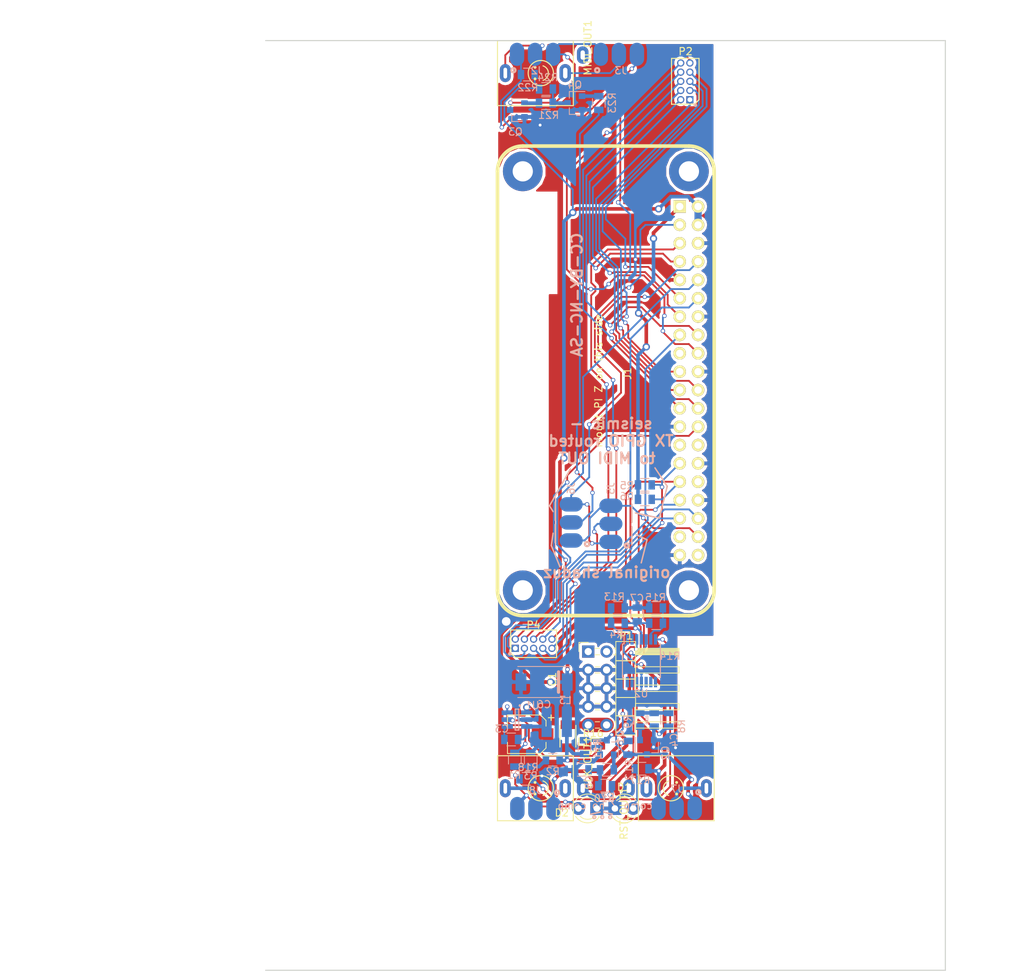
<source format=kicad_pcb>
(kicad_pcb (version 4) (host pcbnew 4.0.6)
  (title_block (title pink0))
  (layers (0 F.Cu signal) (31 B.Cu signal) (34 B.Paste user) (35 F.Paste user) (36 B.SilkS user) (37 F.SilkS user) (38 B.Mask user) (39 F.Mask user) (44 Edge.Cuts user))
  (net 0 "")
  (net 1 +12VA)
  (net 2 Earth)
  (net 3 +5V)
  (net 4 "Net-(L1-Pad2)")
  (net 5 GPIO11)
  (net 6 GPIO24)
  (net 7 GPIO22)
  (net 8 GPIO15)
  (net 9 "Net-(C4-Pad1)")
  (net 10 "Net-(C5-Pad1)")
  (net 11 +3V3)
  (net 12 "Net-(Q1-Pad1)")
  (net 13 "Net-(Q2-Pad1)")
  (net 14 GPIO8)
  (net 15 GPIO25)
  (net 16 GPIO10)
  (net 17 GPIO17)
  (net 18 GPIO9)
  (net 19 GPIO23)
  (net 20 GPIO4)
  (net 21 GPIO27)
  (net 22 CLK_OUT)
  (net 23 RST_OUT)
  (net 24 GPIO7)
  (net 25 GPIO14)
  (net 26 GPIO3)
  (net 27 GPIO2)
  (net 28 GPIO5)
  (net 29 GPIO6)
  (net 30 PWMA_L)
  (net 31 PWMA_R)
  (net 32 GPIO19)
  (net 33 GPIO16)
  (net 34 "Net-(J6-Pad2)")
  (net 35 "Net-(Q3-Pad1)")
  (net 36 GPIO20)
  (net 37 T_LED)
  (net 38 "Net-(Q4-Pad1)")
  (net 39 "Net-(Q4-Pad3)")
  (net 40 "Net-(C3-Pad1)")
  (net 41 "Net-(C3-Pad2)")
  (net 42 "Net-(R1-Pad1)")
  (net 43 "Net-(R1-Pad2)")
  (net 44 "Net-(J7-Pad3)")
  (net 45 "Net-(J8-Pad3)")
  (net 46 "Net-(R13-Pad1)")
  (net 47 "Net-(R14-Pad2)")
  (net 48 "Net-(CLK_OUT1-Pad3)")
  (net 49 "Net-(J7-Pad2)")
  (net 50 "Net-(R16-Pad2)")
  (net 51 "Net-(D1-Pad2)")
  (net 52 "Net-(D2-Pad2)")
  (net 53 "Net-(J2-Pad1)")
  (net 54 "Net-(J2-Pad2)")
  (net 55 "Net-(J2-Pad3)")
  (net 56 "Net-(J3-Pad2)")
  (module raffilibkicad:CP_Elec_7.3x4.3 (layer B.Cu) (at 6.45 88.8 180)
    (fp_text reference C6 (at 0 -3.1 180) (layer B.SilkS) (effects (justify mirror)))
    (fp_text value 22u hide)
    (pad 1 smd rect (at -3.2 0) (size 1.5 2.4) (layers B.Cu B.Paste B.Mask) (net 3 +5V))
    (pad 2 smd rect (at 3.2 0) (size 1.5 2.4) (layers B.Cu B.Paste B.Mask) (net 2 Earth))
  )
  (module raffilibkicad:C_0805 (layer B.Cu) (at 1.9 96.75 180)
    (fp_text reference C3 (at 1.3 1.47495 180) (layer B.SilkS) (effects (justify mirror)))
    (fp_text value 1u)
    (pad 1 smd rect (at -0.95 0 180) (size 0.9 1.3) (layers B.Cu B.Paste B.Mask) (net 40 "Net-(C3-Pad1)"))
    (pad 2 smd rect (at 0.95 0 180) (size 0.9 1.3) (layers B.Cu B.Paste B.Mask) (net 41 "Net-(C3-Pad2)"))
  )
  (module raffilibkicad:Pin_Header_Angled_2x05_Pitch2.54mm_with_space_for_con (layer F.Cu) (at 13.83 89.66)
    (fp_text reference P1 (at 3.97 -7.26) (layer F.SilkS))
    (fp_text value CONN_02X05 hide)
    (pad 1 thru_hole rect (at -1.27 -5.08) (size 1.7 1.7) (drill 1) (layers *.Cu *.Mask))
    (pad 2 thru_hole oval (at 1.27 -5.08) (size 1.7 1.7) (drill 1) (layers *.Cu *.Mask))
    (pad 3 thru_hole oval (at -1.27 -2.54) (size 1.7 1.7) (drill 1) (layers *.Cu *.Mask) (net 2 Earth))
    (pad 4 thru_hole oval (at 1.27 -2.54) (size 1.7 1.7) (drill 1) (layers *.Cu *.Mask) (net 2 Earth))
    (pad 5 thru_hole oval (at -1.27 0) (size 1.7 1.7) (drill 1) (layers *.Cu *.Mask) (net 2 Earth))
    (pad 6 thru_hole oval (at 1.27 0) (size 1.7 1.7) (drill 1) (layers *.Cu *.Mask) (net 2 Earth))
    (pad 7 thru_hole oval (at -1.27 2.54) (size 1.7 1.7) (drill 1) (layers *.Cu *.Mask) (net 2 Earth))
    (pad 8 thru_hole oval (at 1.27 2.54) (size 1.7 1.7) (drill 1) (layers *.Cu *.Mask) (net 2 Earth))
    (pad 9 thru_hole oval (at -1.27 5.08) (size 1.7 1.7) (drill 1) (layers *.Cu *.Mask) (net 4 "Net-(L1-Pad2)"))
    (pad 10 thru_hole oval (at 1.27 5.08) (size 1.7 1.7) (drill 1) (layers *.Cu *.Mask) (net 4 "Net-(L1-Pad2)"))
  )
  (module raffilibkicad:CP_Elec_5x5.3 (layer F.Cu) (at 4.05 96 180)
    (fp_text reference C1 (at -3.55 7.6 270) (layer F.SilkS))
    (fp_text value 22u)
    (fp_text user + (at -3.38 2.34 180) (layer F.SilkS))
    (pad 1 smd rect (at -2.2 0) (size 3 1.6) (layers F.Cu F.Paste F.Mask) (net 1 +12VA))
    (pad 2 smd rect (at 2.2 0) (size 3 1.6) (layers F.Cu F.Paste F.Mask) (net 2 Earth))
  )
  (module raffilibkicad:Inductor_PSU_NLCV32T (layer F.Cu) (at 9.75 96.3 90)
    (fp_text reference L1 (at -0.8 2.15 180) (layer F.SilkS))
    (fp_text value INDUCTOR hide)
    (pad 1 smd rect (at -1.6 0 90) (size 1.2 2) (layers F.Cu F.Paste F.Mask) (net 1 +12VA))
    (pad 2 smd rect (at 1.6 0 90) (size 1.2 2) (layers F.Cu F.Paste F.Mask) (net 4 "Net-(L1-Pad2)"))
  )
  (module raffilibkicad:PINHEAD_10_pin_jtag_connector (layer F.Cu) (at 26 5.64 90)
    (fp_text reference P2 (at 4.14 0.035 180) (layer F.SilkS))
    (fp_text value CONN_02X05 hide)
    (pad 1 thru_hole rect (at -2.54 0.635 90) (size 1 1) (drill 0.65) (layers *.Cu *.Mask) (net 14 GPIO8))
    (pad 2 thru_hole circle (at -2.54 -0.635 90) (size 1 1) (drill 0.65) (layers *.Cu *.Mask) (net 21 GPIO27))
    (pad 3 thru_hole circle (at -1.27 0.635 90) (size 1 1) (drill 0.65) (layers *.Cu *.Mask) (net 15 GPIO25))
    (pad 4 thru_hole circle (at -1.27 -0.635 90) (size 1 1) (drill 0.65) (layers *.Cu *.Mask) (net 20 GPIO4))
    (pad 6 thru_hole circle (at 0 -0.635 90) (size 1 1) (drill 0.65) (layers *.Cu *.Mask) (net 19 GPIO23))
    (pad 8 thru_hole circle (at 1.27 -0.635 90) (size 1 1) (drill 0.65) (layers *.Cu *.Mask) (net 5 GPIO11))
    (pad 5 thru_hole circle (at 0 0.635 90) (size 1 1) (drill 0.65) (layers *.Cu *.Mask) (net 16 GPIO10))
    (pad 7 thru_hole circle (at 1.27 0.635 90) (size 1 1) (drill 0.65) (layers *.Cu *.Mask) (net 17 GPIO17))
    (pad 10 thru_hole circle (at 2.54 -0.635 90) (size 1 1) (drill 0.65) (layers *.Cu *.Mask) (net 6 GPIO24))
    (pad 9 thru_hole circle (at 2.54 0.635 90) (size 1 1) (drill 0.65) (layers *.Cu *.Mask) (net 18 GPIO9))
  )
  (module raffilibkicad:C_0805 (layer B.Cu) (at 21.689596 94.025 270)
    (fp_text reference C4 (at 2.8 -2.760404 270) (layer B.SilkS) (effects (justify mirror)))
    (fp_text value 33n)
    (pad 1 smd rect (at -0.95 0 270) (size 0.9 1.3) (layers B.Cu B.Paste B.Mask) (net 9 "Net-(C4-Pad1)"))
    (pad 2 smd rect (at 0.95 0 270) (size 0.9 1.3) (layers B.Cu B.Paste B.Mask) (net 2 Earth))
  )
  (module raffilibkicad:C_0805 (layer B.Cu) (at 11.65 100.95 180)
    (fp_text reference C5 (at -1.05 -1.760404 270) (layer B.SilkS) (effects (justify mirror)))
    (fp_text value 33n)
    (pad 1 smd rect (at -0.95 0 180) (size 0.9 1.3) (layers B.Cu B.Paste B.Mask) (net 10 "Net-(C5-Pad1)"))
    (pad 2 smd rect (at 0.95 0 180) (size 0.9 1.3) (layers B.Cu B.Paste B.Mask) (net 2 Earth))
  )
  (module raffilibkicad:SOT-23 (layer B.Cu) (at 15.15 97.85 90)
    (fp_text reference Q1 (at 1.45 1.839596 90) (layer B.SilkS) (effects (justify mirror)))
    (fp_text value BC849)
    (pad 1 smd rect (at -1 0.95 90) (size 0.9 0.8) (layers B.Cu B.Paste B.Mask) (net 12 "Net-(Q1-Pad1)"))
    (pad 2 smd rect (at -1 -0.95 90) (size 0.9 0.8) (layers B.Cu B.Paste B.Mask) (net 2 Earth))
    (pad 3 smd rect (at 1 0 90) (size 0.9 0.8) (layers B.Cu B.Paste B.Mask) (net 22 CLK_OUT))
  )
  (module raffilibkicad:SOT-23 (layer B.Cu) (at 20.689596 97.825 270)
    (fp_text reference Q2 (at 0.8 -2.560404 270) (layer B.SilkS) (effects (justify mirror)))
    (fp_text value BC849)
    (pad 1 smd rect (at -1 0.95 270) (size 0.9 0.8) (layers B.Cu B.Paste B.Mask) (net 13 "Net-(Q2-Pad1)"))
    (pad 2 smd rect (at -1 -0.95 270) (size 0.9 0.8) (layers B.Cu B.Paste B.Mask) (net 2 Earth))
    (pad 3 smd rect (at 1 0 270) (size 0.9 0.8) (layers B.Cu B.Paste B.Mask) (net 23 RST_OUT))
  )
  (module raffilibkicad:R_0805 (layer B.Cu) (at 20.4 61.5)
    (fp_text reference R5 (at -2.5 0.1) (layer B.SilkS) (effects (justify mirror)))
    (fp_text value 10k)
    (pad 1 smd rect (at -0.95 0) (size 0.9 1.3) (layers B.Cu B.Paste B.Mask) (net 11 +3V3))
    (pad 2 smd rect (at 0.95 0) (size 0.9 1.3) (layers B.Cu B.Paste B.Mask) (net 28 GPIO5))
  )
  (module raffilibkicad:R_0805 (layer B.Cu) (at 20.4 63.51)
    (fp_text reference R6 (at -2.5 -0.41) (layer B.SilkS) (effects (justify mirror)))
    (fp_text value 10k)
    (pad 1 smd rect (at -0.95 0) (size 0.9 1.3) (layers B.Cu B.Paste B.Mask) (net 11 +3V3))
    (pad 2 smd rect (at 0.95 0) (size 0.9 1.3) (layers B.Cu B.Paste B.Mask) (net 29 GPIO6))
  )
  (module raffilibkicad:R_0805 (layer B.Cu) (at 14.9 103.15)
    (fp_text reference R7 (at 0.35 1.6) (layer B.SilkS) (effects (justify mirror)))
    (fp_text value 1k)
    (pad 1 smd rect (at -0.95 0) (size 0.9 1.3) (layers B.Cu B.Paste B.Mask) (net 10 "Net-(C5-Pad1)"))
    (pad 2 smd rect (at 0.95 0) (size 0.9 1.3) (layers B.Cu B.Paste B.Mask) (net 30 PWMA_L))
  )
  (module raffilibkicad:R_0805 (layer B.Cu) (at 23.689596 94.025 270)
    (fp_text reference R8 (at 0.9 -1.760404 270) (layer B.SilkS) (effects (justify mirror)))
    (fp_text value 1k)
    (pad 1 smd rect (at -0.95 0 270) (size 0.9 1.3) (layers B.Cu B.Paste B.Mask) (net 9 "Net-(C4-Pad1)"))
    (pad 2 smd rect (at 0.95 0 270) (size 0.9 1.3) (layers B.Cu B.Paste B.Mask) (net 31 PWMA_R))
  )
  (module raffilibkicad:R_0805 (layer B.Cu) (at 19.689596 94.025 90)
    (fp_text reference R9 (at -0.25 -1.639596 90) (layer B.SilkS) (effects (justify mirror)))
    (fp_text value 1k)
    (pad 1 smd rect (at -0.95 0 90) (size 0.9 1.3) (layers B.Cu B.Paste B.Mask) (net 13 "Net-(Q2-Pad1)"))
    (pad 2 smd rect (at 0.95 0 90) (size 0.9 1.3) (layers B.Cu B.Paste B.Mask) (net 9 "Net-(C4-Pad1)"))
  )
  (module raffilibkicad:R_0805 (layer B.Cu) (at 15.15 100.95 180)
    (fp_text reference R10 (at 0.35 -3.95 360) (layer B.SilkS) (effects (justify mirror)))
    (fp_text value 1k)
    (pad 1 smd rect (at -0.95 0 180) (size 0.9 1.3) (layers B.Cu B.Paste B.Mask) (net 12 "Net-(Q1-Pad1)"))
    (pad 2 smd rect (at 0.95 0 180) (size 0.9 1.3) (layers B.Cu B.Paste B.Mask) (net 10 "Net-(C5-Pad1)"))
  )
  (module raffilibkicad:R_0805 (layer B.Cu) (at 12.05 97.8 270)
    (fp_text reference R11 (at 0.25 -1.8 270) (layer B.SilkS) (effects (justify mirror)))
    (fp_text value 1k)
    (pad 1 smd rect (at -0.95 0 270) (size 0.9 1.3) (layers B.Cu B.Paste B.Mask) (net 22 CLK_OUT))
    (pad 2 smd rect (at 0.95 0 270) (size 0.9 1.3) (layers B.Cu B.Paste B.Mask) (net 3 +5V))
  )
  (module raffilibkicad:R_0805 (layer B.Cu) (at 18.05 97.9 90)
    (fp_text reference R12 (at -3.039596 0.2 90) (layer B.SilkS) (effects (justify mirror)))
    (fp_text value 1k)
    (pad 1 smd rect (at -0.95 0 90) (size 0.9 1.3) (layers B.Cu B.Paste B.Mask) (net 23 RST_OUT))
    (pad 2 smd rect (at 0.95 0 90) (size 0.9 1.3) (layers B.Cu B.Paste B.Mask) (net 3 +5V))
  )
  (module raffilibkicad:PINHEAD_10_pin_jtag_connector (layer F.Cu) (at 5 83.5)
    (fp_text reference P4 (at 0 -2.6) (layer F.SilkS))
    (fp_text value CONN_02X05 hide)
    (pad 1 thru_hole rect (at -2.54 0.635) (size 1 1) (drill 0.65) (layers *.Cu *.Mask) (net 7 GPIO22))
    (pad 2 thru_hole circle (at -2.54 -0.635) (size 1 1) (drill 0.65) (layers *.Cu *.Mask) (net 37 T_LED))
    (pad 3 thru_hole circle (at -1.27 0.635) (size 1 1) (drill 0.65) (layers *.Cu *.Mask) (net 8 GPIO15))
    (pad 4 thru_hole circle (at -1.27 -0.635) (size 1 1) (drill 0.65) (layers *.Cu *.Mask) (net 26 GPIO3))
    (pad 6 thru_hole circle (at 0 -0.635) (size 1 1) (drill 0.65) (layers *.Cu *.Mask) (net 27 GPIO2))
    (pad 8 thru_hole circle (at 1.27 -0.635) (size 1 1) (drill 0.65) (layers *.Cu *.Mask) (net 33 GPIO16))
    (pad 5 thru_hole circle (at 0 0.635) (size 1 1) (drill 0.65) (layers *.Cu *.Mask) (net 24 GPIO7))
    (pad 7 thru_hole circle (at 1.27 0.635) (size 1 1) (drill 0.65) (layers *.Cu *.Mask) (net 28 GPIO5))
    (pad 10 thru_hole circle (at 2.54 -0.635) (size 1 1) (drill 0.65) (layers *.Cu *.Mask) (net 29 GPIO6))
    (pad 9 thru_hole circle (at 2.54 0.635) (size 1 1) (drill 0.65) (layers *.Cu *.Mask) (net 32 GPIO19))
  )
  (module raffilibkicad:solderbridge (layer B.Cu) (at 15.7 66.9 90)
    (fp_text reference J5 (at 4.9 0 90) (layer B.SilkS) (effects (justify mirror)))
    (fp_text value GS3 hide)
    (pad 1 smd oval (at -2.5 0) (size 3.2 2) (layers B.Cu B.Paste B.Mask) (net 25 GPIO14))
    (pad 2 smd oval (at 0 0) (size 3.2 2) (layers B.Cu B.Paste B.Mask) (net 37 T_LED))
    (pad 3 smd oval (at 2.5 0) (size 3.2 2) (layers B.Cu B.Paste B.Mask) (net 36 GPIO20))
  )
  (module raffilibkicad:solderbridge (layer B.Cu) (at 10.2 66.7 90)
    (fp_text reference J6 (at 4.7 0 90) (layer B.SilkS) (effects (justify mirror)))
    (fp_text value GS3 hide)
    (pad 1 smd oval (at -2.5 0) (size 3.2 2) (layers B.Cu B.Paste B.Mask) (net 36 GPIO20))
    (pad 2 smd oval (at 0 0) (size 3.2 2) (layers B.Cu B.Paste B.Mask) (net 34 "Net-(J6-Pad2)"))
    (pad 3 smd oval (at 2.5 0) (size 3.2 2) (layers B.Cu B.Paste B.Mask) (net 25 GPIO14))
  )
  (module raffilibkicad:SOT-23 (layer B.Cu) (at 2.735 9.615 180)
    (fp_text reference Q3 (at 0.26 -3.01 180) (layer B.SilkS) (effects (justify mirror)))
    (fp_text value BC849)
    (pad 1 smd rect (at -1 0.95 180) (size 0.9 0.8) (layers B.Cu B.Paste B.Mask) (net 35 "Net-(Q3-Pad1)"))
    (pad 2 smd rect (at -1 -0.95 180) (size 0.9 0.8) (layers B.Cu B.Paste B.Mask) (net 2 Earth))
    (pad 3 smd rect (at 1 0 180) (size 0.9 0.8) (layers B.Cu B.Paste B.Mask) (net 55 "Net-(J2-Pad3)"))
  )
  (module raffilibkicad:R_0805 (layer B.Cu) (at 6.695 8.655)
    (fp_text reference R21 (at 0.38 1.67) (layer B.SilkS) (effects (justify mirror)))
    (fp_text value 10k)
    (pad 1 smd rect (at -0.95 0) (size 0.9 1.3) (layers B.Cu B.Paste B.Mask) (net 35 "Net-(Q3-Pad1)"))
    (pad 2 smd rect (at 0.95 0) (size 0.9 1.3) (layers B.Cu B.Paste B.Mask) (net 39 "Net-(Q4-Pad3)"))
  )
  (module raffilibkicad:R_0805 (layer B.Cu) (at 4.2 4.7 180)
    (fp_text reference R22 (at 0 -1.8 180) (layer B.SilkS) (effects (justify mirror)))
    (fp_text value 220)
    (pad 1 smd rect (at -0.95 0 180) (size 0.9 1.3) (layers B.Cu B.Paste B.Mask) (net 3 +5V))
    (pad 2 smd rect (at 0.95 0 180) (size 0.9 1.3) (layers B.Cu B.Paste B.Mask) (net 53 "Net-(J2-Pad1)"))
  )
  (module raffilibkicad:SOT-23 (layer B.Cu) (at 10.705 8.635 180)
    (fp_text reference Q4 (at 0 2.5 180) (layer B.SilkS) (effects (justify mirror)))
    (fp_text value BC849)
    (pad 1 smd rect (at -1 0.95 180) (size 0.9 0.8) (layers B.Cu B.Paste B.Mask) (net 38 "Net-(Q4-Pad1)"))
    (pad 2 smd rect (at -1 -0.95 180) (size 0.9 0.8) (layers B.Cu B.Paste B.Mask) (net 2 Earth))
    (pad 3 smd rect (at 1 0 180) (size 0.9 0.8) (layers B.Cu B.Paste B.Mask) (net 39 "Net-(Q4-Pad3)"))
  )
  (module raffilibkicad:R_0805 (layer B.Cu) (at 14.025 8.645 270)
    (fp_text reference R23 (at -0.02 -1.85 270) (layer B.SilkS) (effects (justify mirror)))
    (fp_text value 10k)
    (pad 1 smd rect (at -0.95 0 270) (size 0.9 1.3) (layers B.Cu B.Paste B.Mask) (net 38 "Net-(Q4-Pad1)"))
    (pad 2 smd rect (at 0.95 0 270) (size 0.9 1.3) (layers B.Cu B.Paste B.Mask) (net 34 "Net-(J6-Pad2)"))
  )
  (module raffilibkicad:R_0805 (layer B.Cu) (at 6.715 6.7 180)
    (fp_text reference R24 (at -0.25 1.6 180) (layer B.SilkS) (effects (justify mirror)))
    (fp_text value 10k)
    (pad 1 smd rect (at -0.95 0 180) (size 0.9 1.3) (layers B.Cu B.Paste B.Mask) (net 39 "Net-(Q4-Pad3)"))
    (pad 2 smd rect (at 0.95 0 180) (size 0.9 1.3) (layers B.Cu B.Paste B.Mask) (net 3 +5V))
  )
  (module raffilibkicad:PI_ZERO (layer F.Cu) (at 26.5 47.1 270)
    (fp_text reference J1 (at -1 8.5 270) (layer F.SilkS))
    (fp_text value PI_ZERO)
    (fp_text user "mount PI Z on this side" (at 0 12.5 270) (layer F.SilkS))
    (pad 1 thru_hole rect (at -24.13 1.27 270) (size 1.7272 1.7272) (drill 1.016) (layers *.Cu *.Mask F.SilkS) (net 11 +3V3))
    (pad 2 thru_hole oval (at -24.13 -1.27 270) (size 1.7272 1.7272) (drill 1.016) (layers *.Cu *.Mask F.SilkS) (net 3 +5V))
    (pad 3 thru_hole oval (at -21.59 1.27 270) (size 1.7272 1.7272) (drill 1.016) (layers *.Cu *.Mask F.SilkS) (net 27 GPIO2))
    (pad 4 thru_hole oval (at -21.59 -1.27 270) (size 1.7272 1.7272) (drill 1.016) (layers *.Cu *.Mask F.SilkS) (net 3 +5V))
    (pad 5 thru_hole oval (at -19.05 1.27 270) (size 1.7272 1.7272) (drill 1.016) (layers *.Cu *.Mask F.SilkS) (net 26 GPIO3))
    (pad 6 thru_hole oval (at -19.05 -1.27 270) (size 1.7272 1.7272) (drill 1.016) (layers *.Cu *.Mask F.SilkS) (net 2 Earth))
    (pad 7 thru_hole oval (at -16.51 1.27 270) (size 1.7272 1.7272) (drill 1.016) (layers *.Cu *.Mask F.SilkS) (net 20 GPIO4))
    (pad 8 thru_hole oval (at -16.51 -1.27 270) (size 1.7272 1.7272) (drill 1.016) (layers *.Cu *.Mask F.SilkS) (net 25 GPIO14))
    (pad 9 thru_hole oval (at -13.97 1.27 270) (size 1.7272 1.7272) (drill 1.016) (layers *.Cu *.Mask F.SilkS) (net 2 Earth))
    (pad 10 thru_hole oval (at -13.97 -1.27 270) (size 1.7272 1.7272) (drill 1.016) (layers *.Cu *.Mask F.SilkS) (net 8 GPIO15))
    (pad 11 thru_hole oval (at -11.43 1.27 270) (size 1.7272 1.7272) (drill 1.016) (layers *.Cu *.Mask F.SilkS) (net 17 GPIO17))
    (pad 12 thru_hole oval (at -11.43 -1.27 270) (size 1.7272 1.7272) (drill 1.016) (layers *.Cu *.Mask F.SilkS) (net 30 PWMA_L))
    (pad 13 thru_hole oval (at -8.89 1.27 270) (size 1.7272 1.7272) (drill 1.016) (layers *.Cu *.Mask F.SilkS) (net 21 GPIO27))
    (pad 14 thru_hole oval (at -8.89 -1.27 270) (size 1.7272 1.7272) (drill 1.016) (layers *.Cu *.Mask F.SilkS) (net 2 Earth))
    (pad 15 thru_hole oval (at -6.35 1.27 270) (size 1.7272 1.7272) (drill 1.016) (layers *.Cu *.Mask F.SilkS) (net 7 GPIO22))
    (pad 16 thru_hole oval (at -6.35 -1.27 270) (size 1.7272 1.7272) (drill 1.016) (layers *.Cu *.Mask F.SilkS) (net 19 GPIO23))
    (pad 17 thru_hole oval (at -3.81 1.27 270) (size 1.7272 1.7272) (drill 1.016) (layers *.Cu *.Mask F.SilkS))
    (pad 18 thru_hole oval (at -3.81 -1.27 270) (size 1.7272 1.7272) (drill 1.016) (layers *.Cu *.Mask F.SilkS) (net 6 GPIO24))
    (pad 19 thru_hole oval (at -1.27 1.27 270) (size 1.7272 1.7272) (drill 1.016) (layers *.Cu *.Mask F.SilkS) (net 16 GPIO10))
    (pad 20 thru_hole oval (at -1.27 -1.27 270) (size 1.7272 1.7272) (drill 1.016) (layers *.Cu *.Mask F.SilkS) (net 2 Earth))
    (pad 21 thru_hole oval (at 1.27 1.27 270) (size 1.7272 1.7272) (drill 1.016) (layers *.Cu *.Mask F.SilkS) (net 18 GPIO9))
    (pad 22 thru_hole oval (at 1.27 -1.27 270) (size 1.7272 1.7272) (drill 1.016) (layers *.Cu *.Mask F.SilkS) (net 15 GPIO25))
    (pad 23 thru_hole oval (at 3.81 1.27 270) (size 1.7272 1.7272) (drill 1.016) (layers *.Cu *.Mask F.SilkS) (net 5 GPIO11))
    (pad 24 thru_hole oval (at 3.81 -1.27 270) (size 1.7272 1.7272) (drill 1.016) (layers *.Cu *.Mask F.SilkS) (net 14 GPIO8))
    (pad 25 thru_hole oval (at 6.35 1.27 270) (size 1.7272 1.7272) (drill 1.016) (layers *.Cu *.Mask F.SilkS) (net 2 Earth))
    (pad 26 thru_hole oval (at 6.35 -1.27 270) (size 1.7272 1.7272) (drill 1.016) (layers *.Cu *.Mask F.SilkS) (net 24 GPIO7))
    (pad 27 thru_hole oval (at 8.89 1.27 270) (size 1.7272 1.7272) (drill 1.016) (layers *.Cu *.Mask F.SilkS))
    (pad 28 thru_hole oval (at 8.89 -1.27 270) (size 1.7272 1.7272) (drill 1.016) (layers *.Cu *.Mask F.SilkS))
    (pad 29 thru_hole oval (at 11.43 1.27 270) (size 1.7272 1.7272) (drill 1.016) (layers *.Cu *.Mask F.SilkS) (net 28 GPIO5))
    (pad 30 thru_hole oval (at 11.43 -1.27 270) (size 1.7272 1.7272) (drill 1.016) (layers *.Cu *.Mask F.SilkS) (net 2 Earth))
    (pad 31 thru_hole oval (at 13.97 1.27 270) (size 1.7272 1.7272) (drill 1.016) (layers *.Cu *.Mask F.SilkS) (net 29 GPIO6))
    (pad 32 thru_hole oval (at 13.97 -1.27 270) (size 1.7272 1.7272) (drill 1.016) (layers *.Cu *.Mask F.SilkS))
    (pad 33 thru_hole oval (at 16.51 1.27 270) (size 1.7272 1.7272) (drill 1.016) (layers *.Cu *.Mask F.SilkS) (net 31 PWMA_R))
    (pad 34 thru_hole oval (at 16.51 -1.27 270) (size 1.7272 1.7272) (drill 1.016) (layers *.Cu *.Mask F.SilkS) (net 2 Earth))
    (pad 35 thru_hole oval (at 19.05 1.27 270) (size 1.7272 1.7272) (drill 1.016) (layers *.Cu *.Mask F.SilkS) (net 32 GPIO19))
    (pad 36 thru_hole oval (at 19.05 -1.27 270) (size 1.7272 1.7272) (drill 1.016) (layers *.Cu *.Mask F.SilkS) (net 33 GPIO16))
    (pad 37 thru_hole oval (at 21.59 1.27 270) (size 1.7272 1.7272) (drill 1.016) (layers *.Cu *.Mask F.SilkS))
    (pad 38 thru_hole oval (at 21.59 -1.27 270) (size 1.7272 1.7272) (drill 1.016) (layers *.Cu *.Mask F.SilkS) (net 36 GPIO20))
    (pad 39 thru_hole oval (at 24.13 1.27 270) (size 1.7272 1.7272) (drill 1.016) (layers *.Cu *.Mask F.SilkS) (net 2 Earth))
    (pad 40 thru_hole oval (at 24.13 -1.27 270) (size 1.7272 1.7272) (drill 1.016) (layers *.Cu *.Mask F.SilkS))
    (pad "" thru_hole circle (at 29 0 270) (size 5.5 5.5) (drill 2.8) (layers *.Cu *.Mask))
    (pad "" thru_hole circle (at -29 0 270) (size 5.5 5.5) (drill 2.8) (layers *.Cu *.Mask))
    (pad "" thru_hole circle (at -29 23 270) (size 5.5 5.5) (drill 2.8) (layers *.Cu *.Mask))
    (pad "" thru_hole circle (at 29 23 270) (size 5.5 5.5) (drill 2.8) (layers *.Cu *.Mask))
  )
  (module raffilibkicad:Inductor_SRN4018TA_bourns (layer B.Cu) (at 8.2 94.3 180)
    (fp_text reference L3 (at -1.2 2.97495 180) (layer B.SilkS) (effects (justify mirror)))
    (fp_text value 6.8uH hide)
    (pad 1 smd rect (at -1.4 0 180) (size 1.4 4.2) (layers B.Cu B.Paste B.Mask) (net 3 +5V))
    (pad 2 smd rect (at 1.4 0 180) (size 1.4 4.2) (layers B.Cu B.Paste B.Mask) (net 40 "Net-(C3-Pad1)"))
  )
  (module raffilibkicad:R_0805 (layer B.Cu) (at 2.4 99.55 270)
    (fp_text reference R1 (at 2.12505 0.1 360) (layer B.SilkS) (effects (justify mirror)))
    (fp_text value 75k)
    (pad 1 smd rect (at -0.95 0 270) (size 0.9 1.3) (layers B.Cu B.Paste B.Mask) (net 42 "Net-(R1-Pad1)"))
    (pad 2 smd rect (at 0.95 0 270) (size 0.9 1.3) (layers B.Cu B.Paste B.Mask) (net 43 "Net-(R1-Pad2)"))
  )
  (module raffilibkicad:R_0805 (layer B.Cu) (at 7.65 99.55)
    (fp_text reference R2 (at 0 1.62505) (layer B.SilkS) (effects (justify mirror)))
    (fp_text value 40k2)
    (pad 1 smd rect (at -0.95 0) (size 0.9 1.3) (layers B.Cu B.Paste B.Mask) (net 43 "Net-(R1-Pad2)"))
    (pad 2 smd rect (at 0.95 0) (size 0.9 1.3) (layers B.Cu B.Paste B.Mask) (net 3 +5V))
  )
  (module raffilibkicad:R_0805 (layer B.Cu) (at 4.6 99.55 270)
    (fp_text reference R3 (at 2.22505 0 360) (layer B.SilkS) (effects (justify mirror)))
    (fp_text value 7k68)
    (pad 1 smd rect (at -0.95 0 270) (size 0.9 1.3) (layers B.Cu B.Paste B.Mask) (net 2 Earth))
    (pad 2 smd rect (at 0.95 0 270) (size 0.9 1.3) (layers B.Cu B.Paste B.Mask) (net 43 "Net-(R1-Pad2)"))
  )
  (module raffilibkicad:SOT-23-6 (layer B.Cu) (at 2.7 94 180)
    (fp_text reference U1 (at -2.1 1.97495 180) (layer B.SilkS) (effects (justify mirror)))
    (fp_text value MP1469)
    (pad 1 smd rect (at -1.35 0.95 180) (size 1.56 0.65) (layers B.Cu B.Paste B.Mask) (net 1 +12VA))
    (pad 2 smd rect (at -1.35 0 180) (size 1.56 0.65) (layers B.Cu B.Paste B.Mask) (net 2 Earth))
    (pad 3 smd rect (at -1.35 -0.95 180) (size 1.56 0.65) (layers B.Cu B.Paste B.Mask) (net 40 "Net-(C3-Pad1)"))
    (pad 4 smd rect (at 1.35 -0.95 180) (size 1.56 0.65) (layers B.Cu B.Paste B.Mask) (net 41 "Net-(C3-Pad2)"))
    (pad 6 smd rect (at 1.35 0.95 180) (size 1.56 0.65) (layers B.Cu B.Paste B.Mask) (net 42 "Net-(R1-Pad1)"))
    (pad 5 smd rect (at 1.35 0 180) (size 1.56 0.65) (layers B.Cu B.Paste B.Mask) (net 50 "Net-(R16-Pad2)"))
  )
  (module raffilibkicad:solderbridge (layer B.Cu) (at 24.8 106.25 180)
    (fp_text reference J7 (at 0 2.65 180) (layer B.SilkS) (effects (justify mirror)))
    (fp_text value GS3 hide)
    (pad 1 smd oval (at -2.5 0 90) (size 3.2 2) (layers B.Cu B.Paste B.Mask) (net 23 RST_OUT))
    (pad 2 smd oval (at 0 0 90) (size 3.2 2) (layers B.Cu B.Paste B.Mask) (net 49 "Net-(J7-Pad2)"))
    (pad 3 smd oval (at 2.5 0 90) (size 3.2 2) (layers B.Cu B.Paste B.Mask) (net 44 "Net-(J7-Pad3)"))
  )
  (module raffilibkicad:solderbridge (layer B.Cu) (at 5.25 106.3 180)
    (fp_text reference J8 (at 0.05 2.5 180) (layer B.SilkS) (effects (justify mirror)))
    (fp_text value GS3 hide)
    (pad 1 smd oval (at -2.5 0 90) (size 3.2 2) (layers B.Cu B.Paste B.Mask) (net 22 CLK_OUT))
    (pad 2 smd oval (at 0 0 90) (size 3.2 2) (layers B.Cu B.Paste B.Mask) (net 48 "Net-(CLK_OUT1-Pad3)"))
    (pad 3 smd oval (at 2.5 0 90) (size 3.2 2) (layers B.Cu B.Paste B.Mask) (net 45 "Net-(J8-Pad3)"))
  )
  (module raffilibkicad:R_0805 (layer B.Cu) (at 16.675 80.65 180)
    (fp_text reference R4 (at 0.2 -1.55 180) (layer B.SilkS) (effects (justify mirror)))
    (fp_text value 1k)
    (pad 1 smd rect (at -0.95 0 180) (size 0.9 1.3) (layers B.Cu B.Paste B.Mask) (net 3 +5V))
    (pad 2 smd rect (at 0.95 0 180) (size 0.9 1.3) (layers B.Cu B.Paste B.Mask) (net 46 "Net-(R13-Pad1)"))
  )
  (module raffilibkicad:R_0805 (layer B.Cu) (at 16.675 78.55)
    (fp_text reference R13 (at -0.5 -1.55) (layer B.SilkS) (effects (justify mirror)))
    (fp_text value 1k)
    (pad 1 smd rect (at -0.95 0) (size 0.9 1.3) (layers B.Cu B.Paste B.Mask) (net 46 "Net-(R13-Pad1)"))
    (pad 2 smd rect (at 0.95 0) (size 0.9 1.3) (layers B.Cu B.Paste B.Mask) (net 2 Earth))
  )
  (module raffilibkicad:R_0805 (layer B.Cu) (at 21.949512 80.65)
    (fp_text reference R14 (at 1.925488 4.55) (layer B.SilkS) (effects (justify mirror)))
    (fp_text value 1k)
    (pad 1 smd rect (at -0.95 0) (size 0.9 1.3) (layers B.Cu B.Paste B.Mask) (net 3 +5V))
    (pad 2 smd rect (at 0.95 0) (size 0.9 1.3) (layers B.Cu B.Paste B.Mask) (net 47 "Net-(R14-Pad2)"))
  )
  (module raffilibkicad:R_0805 (layer B.Cu) (at 21.949512 78.55 180)
    (fp_text reference R15 (at 0.074512 1.45 180) (layer B.SilkS) (effects (justify mirror)))
    (fp_text value 1k)
    (pad 1 smd rect (at -0.95 0 180) (size 0.9 1.3) (layers B.Cu B.Paste B.Mask) (net 47 "Net-(R14-Pad2)"))
    (pad 2 smd rect (at 0.95 0 180) (size 0.9 1.3) (layers B.Cu B.Paste B.Mask) (net 2 Earth))
  )
  (module raffilibkicad:TSSOP-14_4.4x5mm_Pitch0.65mm (layer B.Cu) (at 19.925 85.85 270)
    (fp_text reference U2 (at 4.55 0.05 360) (layer B.SilkS) (effects (justify mirror)))
    (fp_text value MCP6004)
    (pad 1 smd rect (at -2.95 1.95 270) (size 1.45 0.45) (layers B.Cu B.Paste B.Mask) (net 44 "Net-(J7-Pad3)"))
    (pad 2 smd rect (at -2.95 1.3 270) (size 1.45 0.45) (layers B.Cu B.Paste B.Mask) (net 46 "Net-(R13-Pad1)"))
    (pad 3 smd rect (at -2.95 0.65 270) (size 1.45 0.45) (layers B.Cu B.Paste B.Mask) (net 23 RST_OUT))
    (pad 4 smd rect (at -2.95 0 270) (size 1.45 0.45) (layers B.Cu B.Paste B.Mask) (net 3 +5V))
    (pad 5 smd rect (at -2.95 -0.65 270) (size 1.45 0.45) (layers B.Cu B.Paste B.Mask) (net 22 CLK_OUT))
    (pad 6 smd rect (at -2.95 -1.3 270) (size 1.45 0.45) (layers B.Cu B.Paste B.Mask) (net 47 "Net-(R14-Pad2)"))
    (pad 7 smd rect (at -2.95 -1.95 270) (size 1.45 0.45) (layers B.Cu B.Paste B.Mask) (net 45 "Net-(J8-Pad3)"))
    (pad 8 smd rect (at 2.95 -1.95 270) (size 1.45 0.45) (layers B.Cu B.Paste B.Mask))
    (pad 9 smd rect (at 2.95 -1.3 270) (size 1.45 0.45) (layers B.Cu B.Paste B.Mask))
    (pad 10 smd rect (at 2.95 -0.65 270) (size 1.45 0.45) (layers B.Cu B.Paste B.Mask))
    (pad 11 smd rect (at 2.95 0 270) (size 1.45 0.45) (layers B.Cu B.Paste B.Mask) (net 2 Earth))
    (pad 12 smd rect (at 2.95 0.65 270) (size 1.45 0.45) (layers B.Cu B.Paste B.Mask))
    (pad 13 smd rect (at 2.95 1.3 270) (size 1.45 0.45) (layers B.Cu B.Paste B.Mask))
    (pad 14 smd rect (at 2.95 1.95 270) (size 1.45 0.45) (layers B.Cu B.Paste B.Mask))
  )
  (module raffilibkicad:C_0805 (layer B.Cu) (at 19.35 79.45 270)
    (fp_text reference C7 (at -2.25 0.05 360) (layer B.SilkS) (effects (justify mirror)))
    (fp_text value 100n)
    (pad 1 smd rect (at -0.95 0 270) (size 0.9 1.3) (layers B.Cu B.Paste B.Mask) (net 2 Earth))
    (pad 2 smd rect (at 0.95 0 270) (size 0.9 1.3) (layers B.Cu B.Paste B.Mask) (net 3 +5V))
  )
  (module raffilibkicad:R_0805 (layer F.Cu) (at 13.5 97.5)
    (fp_text reference R16 (at -0.25 -1.6) (layer F.SilkS))
    (fp_text value 100k)
    (pad 1 smd rect (at -0.95 0) (size 0.9 1.3) (layers F.Cu F.Paste F.Mask) (net 1 +12VA))
    (pad 2 smd rect (at 0.95 0) (size 0.9 1.3) (layers F.Cu F.Paste F.Mask) (net 50 "Net-(R16-Pad2)"))
  )
  (module raffilibkicad:LED_D3.0mm (layer F.Cu) (at 16.25 106.3)
    (fp_text reference D1 (at 1.27 -2.96) (layer F.SilkS))
    (fp_text value LED)
    (pad 1 thru_hole rect (at 0 0) (size 1.8 1.8) (drill 0.9) (layers *.Cu *.Mask) (net 2 Earth))
    (pad 2 thru_hole circle (at 2.54 0) (size 1.8 1.8) (drill 0.9) (layers *.Cu *.Mask) (net 51 "Net-(D1-Pad2)"))
  )
  (module raffilibkicad:LED_D3.0mm (layer F.Cu) (at 13.75 106.3 180)
    (fp_text reference D2 (at 4.85 -0.6 180) (layer F.SilkS))
    (fp_text value LED)
    (pad 1 thru_hole rect (at 0 0 180) (size 1.8 1.8) (drill 0.9) (layers *.Cu *.Mask) (net 2 Earth))
    (pad 2 thru_hole circle (at 2.54 0 180) (size 1.8 1.8) (drill 0.9) (layers *.Cu *.Mask) (net 52 "Net-(D2-Pad2)"))
  )
  (module raffilibkicad:R_0805 (layer B.Cu) (at 19.95 100.8)
    (fp_text reference R17 (at -0.25 1.6) (layer B.SilkS) (effects (justify mirror)))
    (fp_text value 1k)
    (pad 1 smd rect (at -0.95 0) (size 0.9 1.3) (layers B.Cu B.Paste B.Mask) (net 51 "Net-(D1-Pad2)"))
    (pad 2 smd rect (at 0.95 0) (size 0.9 1.3) (layers B.Cu B.Paste B.Mask) (net 44 "Net-(J7-Pad3)"))
  )
  (module raffilibkicad:R_0805 (layer B.Cu) (at 4 102.2 180)
    (fp_text reference R18 (at -0.25 1.6 180) (layer B.SilkS) (effects (justify mirror)))
    (fp_text value 1k)
    (pad 1 smd rect (at -0.95 0 180) (size 0.9 1.3) (layers B.Cu B.Paste B.Mask) (net 52 "Net-(D2-Pad2)"))
    (pad 2 smd rect (at 0.95 0 180) (size 0.9 1.3) (layers B.Cu B.Paste B.Mask) (net 45 "Net-(J8-Pad3)"))
  )
  (module raffilibkicad:jack_qingpu (layer F.Cu) (at 24 103.5 270)
    (fp_text reference RST_OUT1 (at 3.5 6.5 270) (layer F.SilkS))
    (fp_text value JACK_QINGPU hide)
    (pad 3 thru_hole oval (at 0 -4.92 270) (size 2.5 1.5) (drill oval 1.5 0.5) (layers *.Cu *.Mask) (net 49 "Net-(J7-Pad2)"))
    (pad 2 thru_hole oval (at 0 3.38 270) (size 2.5 1.6) (drill oval 1.5 0.6) (layers *.Cu *.Mask))
    (pad 1 thru_hole oval (at 0 5.8 270) (size 2.4 1.6) (drill oval 1.3 0.6) (layers *.Cu *.Mask) (net 2 Earth))
  )
  (module raffilibkicad:jack_qingpu (layer F.Cu) (at 6 4.5 90)
    (fp_text reference MIDI_OUT1 (at 3.5 6.5 90) (layer F.SilkS))
    (fp_text value JACK_QINGPU hide)
    (pad 3 thru_hole oval (at 0 -4.92 90) (size 2.5 1.5) (drill oval 1.5 0.5) (layers *.Cu *.Mask) (net 54 "Net-(J2-Pad2)"))
    (pad 2 thru_hole oval (at 0 3.38 90) (size 2.5 1.6) (drill oval 1.5 0.6) (layers *.Cu *.Mask) (net 56 "Net-(J3-Pad2)"))
    (pad 1 thru_hole oval (at 2.5 5.8 90) (size 2.4 1.6) (drill oval 1.3 0.6) (layers *.Cu *.Mask))
  )
  (module raffilibkicad:jack_qingpu (layer F.Cu) (at 6 103.5 90)
    (fp_text reference CLK_OUT1 (at 3.5 6.5 90) (layer F.SilkS))
    (fp_text value JACK_QINGPU hide)
    (pad 3 thru_hole oval (at 0 -4.92 90) (size 2.5 1.5) (drill oval 1.5 0.5) (layers *.Cu *.Mask) (net 48 "Net-(CLK_OUT1-Pad3)"))
    (pad 2 thru_hole oval (at 0 3.38 90) (size 2.5 1.6) (drill oval 1.5 0.6) (layers *.Cu *.Mask))
    (pad 1 thru_hole oval (at 0 5.8 90) (size 2.4 1.6) (drill oval 1.3 0.6) (layers *.Cu *.Mask) (net 2 Earth))
  )
  (module raffilibkicad:solderbridge (layer B.Cu) (at 5.2 1.9)
    (fp_text reference J2 (at 0.25 2.25) (layer B.SilkS) (effects (justify mirror)))
    (fp_text value GS3 hide)
    (pad 1 smd oval (at -2.5 0 270) (size 3.2 2) (layers B.Cu B.Paste B.Mask) (net 53 "Net-(J2-Pad1)"))
    (pad 2 smd oval (at 0 0 270) (size 3.2 2) (layers B.Cu B.Paste B.Mask) (net 54 "Net-(J2-Pad2)"))
    (pad 3 smd oval (at 2.5 0 270) (size 3.2 2) (layers B.Cu B.Paste B.Mask) (net 55 "Net-(J2-Pad3)"))
  )
  (module raffilibkicad:solderbridge (layer B.Cu) (at 16.8 1.9)
    (fp_text reference J3 (at 0.25 2.25) (layer B.SilkS) (effects (justify mirror)))
    (fp_text value GS3 hide)
    (pad 1 smd oval (at -2.5 0 270) (size 3.2 2) (layers B.Cu B.Paste B.Mask) (net 55 "Net-(J2-Pad3)"))
    (pad 2 smd oval (at 0 0 270) (size 3.2 2) (layers B.Cu B.Paste B.Mask) (net 56 "Net-(J3-Pad2)"))
    (pad 3 smd oval (at 2.5 0 270) (size 3.2 2) (layers B.Cu B.Paste B.Mask) (net 53 "Net-(J2-Pad1)"))
  )
  (gr_text CC-BY-NC-SA (at 11 35.2 90) (layer B.SilkS) (effects (font (size 1.5 1.5) (thickness 0.3)) (justify mirror)))
  (gr_text "comp / no comp\n" (at 14.9 105.9) (layer B.SilkS) (effects (font (size 1 1)) (justify mirror)))
  (gr_line (start 14.2 106.8) (end 12.9 107.1) (layer B.SilkS) (width 0.2))
  (gr_line (start 14.7 106.8) (end 15.9 107.1) (layer B.SilkS) (width 0.2))
  (gr_circle (center 15.6 107.5) (end 15.6 107.7) (layer B.SilkS) (width 0.2))
  (gr_circle (center 14.5 107.5) (end 14.5 107.7) (layer B.SilkS) (width 0.2))
  (gr_circle (center 13.4 107.5) (end 13.4 107.7) (layer B.SilkS) (width 0.2))
  (gr_line (start 7.2 64.4) (end 10.1 59.3) (layer B.SilkS) (width 0.2))
  (gr_line (start 7.7 65.2) (end 7.2 64.4) (layer B.SilkS) (width 0.2))
  (gr_line (start 22.4 66.1) (end 19.1 65.4) (layer B.SilkS) (width 0.2))
  (gr_line (start 23.5 61.7) (end 22.4 66.1) (layer B.SilkS) (width 0.2))
  (gr_line (start 21.8 59.15) (end 23.5 61.7) (layer B.SilkS) (width 0.2))
  (gr_line (start 20.7 69.1) (end 19.9 72.3) (layer B.SilkS) (width 0.2))
  (gr_line (start 19.2 68.4) (end 20.7 69.1) (layer B.SilkS) (width 0.2))
  (gr_line (start 7.45 69.9) (end 8.65 72.85) (layer B.SilkS) (width 0.2))
  (gr_line (start 7.7 68.2) (end 7.45 69.9) (layer B.SilkS) (width 0.2))
  (gr_line (start 18.6 69.8) (end 18.6 67.3) (layer B.SilkS) (width 0.2))
  (gr_line (start 18.6 66.7) (end 18.6 64.2) (layer B.SilkS) (width 0.2))
  (gr_line (start 8 66.4) (end 8 63.9) (layer B.SilkS) (width 0.2))
  (gr_line (start 8 69.5) (end 8 67) (layer B.SilkS) (width 0.2))
  (gr_text "seismic - \nTX GPIO routed \nto MIDI OUT\n" (at 15.15 55.42) (layer B.SilkS) (effects (font (size 1.5 1.5) (thickness 0.3)) (justify mirror)))
  (gr_text "original shaduz" (at 15.12 73.61) (layer B.SilkS) (effects (font (size 1.5 1.5) (thickness 0.3)) (justify mirror)))
  (gr_line (start 62 128.7) (end -32.1 128.7) (layer Edge.Cuts) (width 0.15))
  (gr_line (start 62 0) (end 62 128.7) (layer Edge.Cuts) (width 0.15))
  (gr_line (start -32.1 0) (end 62 0) (layer Edge.Cuts) (width 0.15))
  (segment (start 4.05 92.3) (end 6.25 94.5) (width 1) (layer F.Cu) (net 1))
  (segment (start 6.25 94.5) (end 6.25 96) (width 1) (layer F.Cu) (net 1))
  (segment (start 4.05 93.05) (end 4.05 92.3) (width 0.5) (layer B.Cu) (net 1))
  (via (at 4.05 92.3) (size 1) (drill 0.6) (layers F.Cu B.Cu) (net 1))
  (segment (start 6.25 96) (end 6.25 95.7) (width 1) (layer F.Cu) (net 1))
  (segment (start 12.55 97.5) (end 12.15 97.9) (width 0.5) (layer F.Cu) (net 1))
  (segment (start 12.15 97.9) (end 9.75 97.9) (width 0.5) (layer F.Cu) (net 1))
  (segment (start 6.25 96) (end 6.25 96.45) (width 0.5) (layer F.Cu) (net 1))
  (segment (start 9.75 97.9) (end 8.15 97.9) (width 1) (layer F.Cu) (net 1))
  (segment (start 8.15 97.9) (end 6.25 96) (width 1) (layer F.Cu) (net 1))
  (segment (start 13.75 106.3) (end 13.75 105.45) (width 0.5) (layer B.Cu) (net 2))
  (segment (start 13.75 105.45) (end 11.8 103.5) (width 0.5) (layer B.Cu) (net 2))
  (segment (start 16.25 106.3) (end 16.25 105.45) (width 0.5) (layer B.Cu) (net 2))
  (segment (start 16.25 105.45) (end 18.2 103.5) (width 0.5) (layer B.Cu) (net 2))
  (segment (start 0.3 86.85) (end 0.3 81.317168) (width 0.25) (layer B.Cu) (net 2))
  (segment (start 0.3 81.317168) (end 1.208584 80.408584) (width 0.25) (layer B.Cu) (net 2))
  (via (at 1.208584 80.408584) (size 2) (drill 1.2) (layers F.Cu B.Cu) (net 2))
  (segment (start 3.25 88.8) (end 2.25 88.8) (width 0.25) (layer B.Cu) (net 2))
  (segment (start 2.25 88.8) (end 0.3 86.85) (width 0.25) (layer B.Cu) (net 2))
  (segment (start 4.6 98.6) (end 4.65 98.6) (width 0.5) (layer B.Cu) (net 2))
  (segment (start 4.65 98.6) (end 5.75 97.5) (width 0.5) (layer B.Cu) (net 2))
  (segment (start 5.75 97.5) (end 6.45 97.5) (width 0.5) (layer B.Cu) (net 2))
  (segment (start 22.8 30.7) (end 19.5 30.7) (width 0.5) (layer F.Cu) (net 2))
  (segment (start 19.5 30.7) (end 19.1 30.3) (width 0.5) (layer F.Cu) (net 2))
  (via (at 19.1 30.3) (size 0.6) (drill 0.4) (layers F.Cu B.Cu) (net 2))
  (segment (start 25.23 33.13) (end 22.8 30.7) (width 0.5) (layer F.Cu) (net 2))
  (segment (start 21.639596 96.825) (end 21.639596 97.760404) (width 0.5) (layer B.Cu) (net 2))
  (segment (start 21.639596 97.760404) (end 21.6 97.8) (width 0.5) (layer B.Cu) (net 2))
  (via (at 21.6 97.8) (size 0.6) (drill 0.4) (layers F.Cu B.Cu) (net 2))
  (segment (start 3.25 88.8) (end 4.8 88.8) (width 0.5) (layer B.Cu) (net 2))
  (segment (start 3.735 10.565) (end 4.765 10.565) (width 0.5) (layer B.Cu) (net 2))
  (segment (start 4.765 10.565) (end 5.9 11.7) (width 0.5) (layer B.Cu) (net 2))
  (via (at 5.9 11.7) (size 0.6) (drill 0.4) (layers F.Cu B.Cu) (net 2))
  (segment (start 10.7 100.95) (end 10.7 101.85) (width 1) (layer B.Cu) (net 2))
  (segment (start 10.7 101.85) (end 11.8 102.95) (width 1) (layer B.Cu) (net 2))
  (segment (start 11.8 102.95) (end 11.8 103.5) (width 1) (layer B.Cu) (net 2))
  (segment (start 19.925 88.8) (end 19.925 89.925) (width 0.25) (layer B.Cu) (net 2))
  (segment (start 19.925 88.8) (end 19.925 87.425) (width 0.25) (layer B.Cu) (net 2))
  (segment (start 21.639596 95.025) (end 21.689596 94.975) (width 0.5) (layer B.Cu) (net 2))
  (segment (start 21.639596 96.825) (end 21.639596 95.025) (width 0.5) (layer B.Cu) (net 2))
  (segment (start 23.57501 96.825) (end 24.65001 97.9) (width 0.5) (layer B.Cu) (net 2))
  (via (at 24.65001 97.9) (size 0.6) (drill 0.4) (layers F.Cu B.Cu) (net 2))
  (segment (start 21.639596 96.825) (end 23.57501 96.825) (width 0.5) (layer B.Cu) (net 2))
  (segment (start 10.7 100.95) (end 9.75 100.95) (width 0.5) (layer B.Cu) (net 2))
  (segment (start 9.75 100.95) (end 9.525049 101.174951) (width 0.5) (layer B.Cu) (net 2))
  (via (at 6.15 101.8) (size 0.6) (drill 0.4) (layers F.Cu B.Cu) (net 2))
  (segment (start 9.525049 101.174951) (end 6.775049 101.174951) (width 0.5) (layer B.Cu) (net 2))
  (segment (start 6.775049 101.174951) (end 6.15 101.8) (width 0.5) (layer B.Cu) (net 2))
  (segment (start 14.2 98.85) (end 14.2 98.9) (width 0.5) (layer B.Cu) (net 2))
  (segment (start 14.2 98.9) (end 13.250001 99.849999) (width 0.5) (layer B.Cu) (net 2))
  (segment (start 13.250001 99.849999) (end 11.800001 99.849999) (width 0.5) (layer B.Cu) (net 2))
  (segment (start 11.800001 99.849999) (end 10.7 100.95) (width 0.5) (layer B.Cu) (net 2))
  (segment (start 10.42499 23.092894) (end 10.42499 23.8) (width 0.25) (layer B.Cu) (net 3))
  (segment (start 10.42499 20.62499) (end 10.42499 23.092894) (width 0.25) (layer B.Cu) (net 3))
  (segment (start 0.959999 11.159999) (end 10.42499 20.62499) (width 0.25) (layer B.Cu) (net 3))
  (segment (start 5.765 6.595) (end 2.89141 6.595) (width 0.25) (layer B.Cu) (net 3))
  (segment (start 0.959999 8.526411) (end 0.959999 11.159999) (width 0.25) (layer B.Cu) (net 3))
  (segment (start 2.89141 6.595) (end 0.959999 8.526411) (width 0.25) (layer B.Cu) (net 3))
  (segment (start 5.15 5.98) (end 5.15 4.7) (width 0.25) (layer B.Cu) (net 3))
  (segment (start 6.642895 88.8) (end 7.350001 88.8) (width 0.5) (layer F.Cu) (net 3))
  (segment (start 5.2 88.8) (end 6.642895 88.8) (width 0.5) (layer F.Cu) (net 3))
  (segment (start 1.4 85) (end 5.2 88.8) (width 0.5) (layer F.Cu) (net 3))
  (segment (start 1.4 82.5) (end 1.4 85) (width 0.5) (layer F.Cu) (net 3))
  (segment (start 3.4 80.5) (end 1.4 82.5) (width 0.5) (layer F.Cu) (net 3))
  (segment (start 8.649999 77.450001) (end 5.6 80.5) (width 0.5) (layer F.Cu) (net 3))
  (segment (start 8.649999 58.350001) (end 8.649999 77.450001) (width 0.5) (layer F.Cu) (net 3))
  (segment (start 9.2 57.8) (end 8.649999 58.350001) (width 0.5) (layer F.Cu) (net 3))
  (segment (start 9.65 88.8) (end 7.350001 88.8) (width 0.5) (layer B.Cu) (net 3))
  (segment (start 5.6 80.5) (end 3.4 80.5) (width 0.5) (layer F.Cu) (net 3))
  (via (at 7.350001 88.8) (size 1) (drill 0.6) (layers F.Cu B.Cu) (net 3))
  (segment (start 9.7 86.625736) (end 9.7 87.05) (width 0.5) (layer F.Cu) (net 3))
  (segment (start 11.65 81.35) (end 9.7 83.3) (width 0.5) (layer F.Cu) (net 3))
  (segment (start 19.1 81.35) (end 11.65 81.35) (width 0.5) (layer F.Cu) (net 3))
  (segment (start 9.65 87.1) (end 9.7 87.05) (width 0.5) (layer B.Cu) (net 3))
  (segment (start 9.7 83.3) (end 9.7 86.625736) (width 0.5) (layer F.Cu) (net 3))
  (segment (start 9.65 88.8) (end 9.65 87.1) (width 0.5) (layer B.Cu) (net 3))
  (via (at 9.7 87.05) (size 0.6) (drill 0.4) (layers F.Cu B.Cu) (net 3))
  (segment (start 9.7 99.65) (end 8.7 99.65) (width 0.5) (layer B.Cu) (net 3))
  (segment (start 8.7 99.65) (end 8.6 99.55) (width 0.5) (layer B.Cu) (net 3))
  (segment (start 9.6 94.3) (end 9.6 88.85) (width 1) (layer B.Cu) (net 3))
  (segment (start 9.6 88.85) (end 9.65 88.8) (width 1) (layer B.Cu) (net 3))
  (segment (start 14.698265 99.65) (end 9.7 99.65) (width 0.5) (layer F.Cu) (net 3))
  (segment (start 17.116082 97.232183) (end 14.698265 99.65) (width 0.5) (layer F.Cu) (net 3))
  (via (at 9.7 99.65) (size 0.6) (drill 0.4) (layers F.Cu B.Cu) (net 3))
  (segment (start 9.6 99.55) (end 9.7 99.65) (width 0.5) (layer B.Cu) (net 3))
  (segment (start 9.6 95.47495) (end 9.6 99.55) (width 0.5) (layer B.Cu) (net 3))
  (segment (start 9.6 95.47495) (end 9.6 97.8) (width 0.5) (layer B.Cu) (net 3))
  (segment (start 9.6 97.8) (end 10.55 98.75) (width 0.5) (layer B.Cu) (net 3))
  (segment (start 10.55 98.75) (end 12.05 98.75) (width 0.5) (layer B.Cu) (net 3))
  (segment (start 17.540346 97.232183) (end 17.116082 97.232183) (width 0.5) (layer B.Cu) (net 3))
  (segment (start 18.05 96.95) (end 17.767817 97.232183) (width 0.5) (layer B.Cu) (net 3))
  (segment (start 17.767817 97.232183) (end 17.540346 97.232183) (width 0.5) (layer B.Cu) (net 3))
  (via (at 17.116082 97.232183) (size 0.6) (drill 0.4) (layers F.Cu B.Cu) (net 3))
  (segment (start 19.1 80.925) (end 19.1 81.35) (width 0.5) (layer B.Cu) (net 3))
  (segment (start 19.925 82.9) (end 19.925 81.925) (width 0.25) (layer B.Cu) (net 3))
  (segment (start 19.925 81.925) (end 19.35 81.35) (width 0.25) (layer B.Cu) (net 3))
  (segment (start 19.325 80.7) (end 19.1 80.925) (width 0.5) (layer B.Cu) (net 3))
  (via (at 19.1 81.35) (size 0.6) (drill 0.4) (layers F.Cu B.Cu) (net 3))
  (segment (start 19.35 81.35) (end 19.1 81.35) (width 0.25) (layer B.Cu) (net 3))
  (segment (start 20.999512 80.65) (end 19.375 80.65) (width 0.25) (layer B.Cu) (net 3))
  (segment (start 19.375 80.65) (end 19.325 80.7) (width 0.25) (layer B.Cu) (net 3))
  (segment (start 17.625 80.65) (end 19.275 80.65) (width 0.25) (layer B.Cu) (net 3))
  (segment (start 19.275 80.65) (end 19.325 80.7) (width 0.25) (layer B.Cu) (net 3))
  (segment (start 22.3 23.3) (end 10.924989 23.300001) (width 0.5) (layer F.Cu) (net 3))
  (segment (start 10.924989 23.300001) (end 10.42499 23.8) (width 0.5) (layer F.Cu) (net 3))
  (segment (start 9.2 25.02499) (end 10.42499 23.8) (width 0.5) (layer B.Cu) (net 3))
  (segment (start 9.2 57.8) (end 9.2 25.02499) (width 0.5) (layer B.Cu) (net 3))
  (via (at 10.42499 23.8) (size 1) (drill 0.6) (layers F.Cu B.Cu) (net 3))
  (segment (start 5.15 5.98) (end 5.765 6.595) (width 0.25) (layer B.Cu) (net 3))
  (segment (start 5.75 6.58) (end 5.765 6.595) (width 0.25) (layer B.Cu) (net 3))
  (segment (start 23.999999 21.600001) (end 22.3 23.3) (width 0.5) (layer B.Cu) (net 3))
  (segment (start 26.400001 21.600001) (end 23.999999 21.600001) (width 0.5) (layer B.Cu) (net 3))
  (segment (start 27.77 22.97) (end 26.400001 21.600001) (width 0.5) (layer B.Cu) (net 3))
  (via (at 22.3 23.3) (size 1) (drill 0.6) (layers F.Cu B.Cu) (net 3))
  (via (at 9.2 57.8) (size 1) (drill 0.6) (layers F.Cu B.Cu) (net 3))
  (segment (start 27.77 22.97) (end 27.77 25.51) (width 1) (layer B.Cu) (net 3))
  (segment (start 12.56 94.74) (end 9.79 94.74) (width 1) (layer F.Cu) (net 4))
  (segment (start 9.79 94.74) (end 9.75 94.7) (width 1) (layer F.Cu) (net 4))
  (segment (start 15.1 94.74) (end 12.56 94.74) (width 2) (layer F.Cu) (net 4))
  (segment (start 11.850011 37.250011) (end 11.850011 17.884989) (width 0.25) (layer B.Cu) (net 5))
  (segment (start 11.850011 17.884989) (end 25.365 4.37) (width 0.25) (layer B.Cu) (net 5))
  (segment (start 15.8 41.2) (end 11.850011 37.250011) (width 0.25) (layer B.Cu) (net 5))
  (segment (start 25.23 50.91) (end 15.8 41.48) (width 0.25) (layer F.Cu) (net 5))
  (segment (start 15.8 41.48) (end 15.8 41.2) (width 0.25) (layer F.Cu) (net 5))
  (via (at 15.8 41.2) (size 0.6) (drill 0.4) (layers F.Cu B.Cu) (net 5))
  (segment (start 23.110154 35.360154) (end 20.25 32.5) (width 0.25) (layer F.Cu) (net 6))
  (segment (start 23.110154 38.110154) (end 23.110154 35.360154) (width 0.25) (layer F.Cu) (net 6))
  (segment (start 20.25 32.5) (end 16.6 32.5) (width 0.25) (layer F.Cu) (net 6))
  (segment (start 16.6 32.5) (end 15.4 33.7) (width 0.25) (layer F.Cu) (net 6))
  (segment (start 14.7 34.4) (end 15.4 33.7) (width 0.25) (layer B.Cu) (net 6))
  (segment (start 12.925032 34.4) (end 14.7 34.4) (width 0.25) (layer B.Cu) (net 6))
  (via (at 15.4 33.7) (size 0.6) (drill 0.4) (layers F.Cu B.Cu) (net 6))
  (via (at 12.925032 34.4) (size 0.6) (drill 0.4) (layers F.Cu B.Cu) (net 6))
  (segment (start 12.3 34.4) (end 12.925032 34.4) (width 0.25) (layer F.Cu) (net 6))
  (segment (start 9.599989 31.699989) (end 12.3 34.4) (width 0.25) (layer F.Cu) (net 6))
  (segment (start 9.599989 18.300011) (end 9.599989 31.699989) (width 0.25) (layer F.Cu) (net 6))
  (segment (start 15.15 12.75) (end 9.599989 18.300011) (width 0.25) (layer F.Cu) (net 6))
  (segment (start 15.715 12.75) (end 15.15 12.75) (width 0.25) (layer B.Cu) (net 6))
  (segment (start 25.365 3.1) (end 15.715 12.75) (width 0.25) (layer B.Cu) (net 6))
  (via (at 15.15 12.75) (size 0.6) (drill 0.4) (layers F.Cu B.Cu) (net 6))
  (segment (start 22.9 40.2) (end 22.9 38.320308) (width 0.25) (layer B.Cu) (net 6))
  (segment (start 22.9 38.320308) (end 23.110154 38.110154) (width 0.25) (layer B.Cu) (net 6))
  (via (at 23.110154 38.110154) (size 0.6) (drill 0.4) (layers F.Cu B.Cu) (net 6))
  (segment (start 22.9 40.2) (end 22.9 40.34) (width 0.25) (layer F.Cu) (net 6))
  (segment (start 22.9 40.34) (end 24.57 42.01) (width 0.25) (layer F.Cu) (net 6))
  (segment (start 24.57 42.01) (end 26.49 42.01) (width 0.25) (layer F.Cu) (net 6))
  (segment (start 26.49 42.01) (end 27.77 43.29) (width 0.25) (layer F.Cu) (net 6))
  (via (at 22.9 40.2) (size 0.6) (drill 0.4) (layers F.Cu B.Cu) (net 6))
  (segment (start 20.475011 45.504989) (end 25.23 40.75) (width 0.25) (layer B.Cu) (net 7))
  (segment (start 20.475011 65.461406) (end 20.475011 45.504989) (width 0.25) (layer B.Cu) (net 7))
  (segment (start 17.62501 69.561409) (end 20.800011 66.386408) (width 0.25) (layer B.Cu) (net 7))
  (segment (start 1.4 83.825) (end 1.4 82.727413) (width 0.25) (layer B.Cu) (net 7))
  (segment (start 17.62501 69.948837) (end 17.62501 69.561409) (width 0.25) (layer B.Cu) (net 7))
  (segment (start 8.200022 74.711403) (end 12.186415 70.72501) (width 0.25) (layer B.Cu) (net 7))
  (segment (start 8.200022 78.9728) (end 8.200022 74.711403) (width 0.25) (layer B.Cu) (net 7))
  (segment (start 20.800011 65.786406) (end 20.475011 65.461406) (width 0.25) (layer B.Cu) (net 7))
  (segment (start 5.7728 81.400022) (end 8.200022 78.9728) (width 0.25) (layer B.Cu) (net 7))
  (segment (start 1.4 82.727413) (end 2.727391 81.400022) (width 0.25) (layer B.Cu) (net 7))
  (segment (start 2.727391 81.400022) (end 5.7728 81.400022) (width 0.25) (layer B.Cu) (net 7))
  (segment (start 16.848837 70.72501) (end 17.62501 69.948837) (width 0.25) (layer B.Cu) (net 7))
  (segment (start 1.71 84.135) (end 1.4 83.825) (width 0.25) (layer B.Cu) (net 7))
  (segment (start 12.186415 70.72501) (end 16.848837 70.72501) (width 0.25) (layer B.Cu) (net 7))
  (segment (start 2.46 84.135) (end 1.71 84.135) (width 0.25) (layer B.Cu) (net 7))
  (segment (start 20.800011 66.386408) (end 20.800011 65.786406) (width 0.25) (layer B.Cu) (net 7))
  (segment (start 3.73 84.135) (end 3.73 84.842106) (width 0.25) (layer B.Cu) (net 8))
  (segment (start 3.73 84.842106) (end 3.372106 85.2) (width 0.25) (layer B.Cu) (net 8))
  (segment (start 0.949989 84.649989) (end 0.949989 82.541013) (width 0.25) (layer B.Cu) (net 8))
  (segment (start 11.850011 59.849989) (end 11.850011 46.577168) (width 0.25) (layer B.Cu) (net 8))
  (segment (start 3.372106 85.2) (end 1.5 85.2) (width 0.25) (layer B.Cu) (net 8))
  (segment (start 8.250011 69.774997) (end 8.250011 63.449989) (width 0.25) (layer B.Cu) (net 8))
  (segment (start 1.5 85.2) (end 0.949989 84.649989) (width 0.25) (layer B.Cu) (net 8))
  (segment (start 5.5864 80.950011) (end 7.750011 78.7864) (width 0.25) (layer B.Cu) (net 8))
  (segment (start 0.949989 82.541013) (end 2.540991 80.950011) (width 0.25) (layer B.Cu) (net 8))
  (segment (start 2.540991 80.950011) (end 5.5864 80.950011) (width 0.25) (layer B.Cu) (net 8))
  (segment (start 7.750011 78.7864) (end 7.750011 74.525003) (width 0.25) (layer B.Cu) (net 8))
  (segment (start 7.750011 74.525003) (end 10.075012 72.200002) (width 0.25) (layer B.Cu) (net 8))
  (segment (start 10.075012 72.200002) (end 10.075012 71.599998) (width 0.25) (layer B.Cu) (net 8))
  (segment (start 24.027179 34.4) (end 26.5 34.4) (width 0.25) (layer B.Cu) (net 8))
  (segment (start 10.075012 71.599998) (end 8.250011 69.774997) (width 0.25) (layer B.Cu) (net 8))
  (segment (start 8.250011 63.449989) (end 11.850011 59.849989) (width 0.25) (layer B.Cu) (net 8))
  (segment (start 11.850011 46.577168) (end 24.027179 34.4) (width 0.25) (layer B.Cu) (net 8))
  (segment (start 26.5 34.4) (end 26.906401 33.993599) (width 0.25) (layer B.Cu) (net 8))
  (segment (start 26.906401 33.993599) (end 27.77 33.13) (width 0.25) (layer B.Cu) (net 8))
  (segment (start 21.689596 93.075) (end 19.689596 93.075) (width 0.5) (layer B.Cu) (net 9))
  (segment (start 23.689596 93.075) (end 21.689596 93.075) (width 0.5) (layer B.Cu) (net 9))
  (segment (start 14.2 100.95) (end 14.2 102.9) (width 0.5) (layer B.Cu) (net 10))
  (segment (start 14.2 102.9) (end 13.95 103.15) (width 0.5) (layer B.Cu) (net 10))
  (segment (start 14.2 100.95) (end 12.6 100.95) (width 0.5) (layer B.Cu) (net 10))
  (segment (start 20.6 38.799999) (end 19.530219 37.730218) (width 0.5) (layer F.Cu) (net 11))
  (segment (start 20.6 42.4) (end 20.6 38.799999) (width 0.5) (layer F.Cu) (net 11))
  (segment (start 19.530219 35.269781) (end 19.530219 37.730218) (width 0.5) (layer B.Cu) (net 11))
  (segment (start 21.6 33.2) (end 19.530219 35.269781) (width 0.5) (layer B.Cu) (net 11))
  (segment (start 21.6 27.4) (end 21.6 33.2) (width 0.5) (layer B.Cu) (net 11))
  (via (at 19.530219 37.730218) (size 1) (drill 0.6) (layers F.Cu B.Cu) (net 11))
  (segment (start 25.23 22.97) (end 21.6 26.6) (width 0.5) (layer F.Cu) (net 11))
  (segment (start 21.6 26.6) (end 21.6 27.4) (width 0.5) (layer F.Cu) (net 11))
  (via (at 21.6 27.4) (size 1) (drill 0.6) (layers F.Cu B.Cu) (net 11))
  (segment (start 19.45 43.55) (end 20.6 42.4) (width 0.5) (layer B.Cu) (net 11))
  (segment (start 19.45 61.5) (end 19.45 43.55) (width 0.5) (layer B.Cu) (net 11))
  (via (at 20.6 42.4) (size 1) (drill 0.6) (layers F.Cu B.Cu) (net 11))
  (segment (start 19.45 63.51) (end 19.45 61.5) (width 0.5) (layer B.Cu) (net 11))
  (segment (start 16.1 98.85) (end 16.1 100.95) (width 0.5) (layer B.Cu) (net 12))
  (segment (start 19.739596 96.825) (end 19.739596 95.025) (width 0.5) (layer B.Cu) (net 13))
  (segment (start 19.739596 95.025) (end 19.689596 94.975) (width 0.5) (layer B.Cu) (net 13))
  (segment (start 16.174977 31.532371) (end 13.650055 29.007449) (width 0.25) (layer B.Cu) (net 14))
  (segment (start 13.650055 29.007449) (end 13.650055 21.914945) (width 0.25) (layer B.Cu) (net 14))
  (segment (start 16.241044 39.858956) (end 16.241044 35.175281) (width 0.25) (layer B.Cu) (net 14))
  (segment (start 16.224965 35.159202) (end 16.224965 32.172789) (width 0.25) (layer B.Cu) (net 14))
  (segment (start 16.241044 35.175281) (end 16.224965 35.159202) (width 0.25) (layer B.Cu) (net 14))
  (segment (start 13.650055 21.914945) (end 26.635 8.93) (width 0.25) (layer B.Cu) (net 14))
  (segment (start 16.224965 32.172789) (end 16.174977 32.122801) (width 0.25) (layer B.Cu) (net 14))
  (segment (start 15.8 40.3) (end 16.241044 39.858956) (width 0.25) (layer B.Cu) (net 14))
  (segment (start 16.174977 32.122801) (end 16.174977 31.532371) (width 0.25) (layer B.Cu) (net 14))
  (segment (start 26.635 8.93) (end 26.635 8.18) (width 0.25) (layer B.Cu) (net 14))
  (segment (start 24.605736 49.63) (end 16.425001 41.449265) (width 0.25) (layer F.Cu) (net 14))
  (segment (start 16.425001 40.925001) (end 15.8 40.3) (width 0.25) (layer F.Cu) (net 14))
  (segment (start 26.49 49.63) (end 24.605736 49.63) (width 0.25) (layer F.Cu) (net 14))
  (segment (start 16.425001 41.449265) (end 16.425001 40.925001) (width 0.25) (layer F.Cu) (net 14))
  (segment (start 27.77 50.91) (end 26.49 49.63) (width 0.25) (layer F.Cu) (net 14))
  (via (at 15.8 40.3) (size 0.6) (drill 0.4) (layers F.Cu B.Cu) (net 14))
  (segment (start 16.624988 31.936401) (end 16.624988 31.345971) (width 0.25) (layer B.Cu) (net 15))
  (segment (start 16.624988 31.345971) (end 14.100066 28.821049) (width 0.25) (layer B.Cu) (net 15))
  (segment (start 17.05 39.8) (end 16.691055 39.441055) (width 0.25) (layer B.Cu) (net 15))
  (segment (start 27.85 8.95) (end 27.85 7.417894) (width 0.25) (layer B.Cu) (net 15))
  (segment (start 16.674976 31.986389) (end 16.624988 31.936401) (width 0.25) (layer B.Cu) (net 15))
  (segment (start 16.691055 39.441055) (end 16.691055 34.988881) (width 0.25) (layer B.Cu) (net 15))
  (segment (start 16.691055 34.988881) (end 16.674976 34.972802) (width 0.25) (layer B.Cu) (net 15))
  (segment (start 27.342106 6.91) (end 26.635 6.91) (width 0.25) (layer B.Cu) (net 15))
  (segment (start 27.85 7.417894) (end 27.342106 6.91) (width 0.25) (layer B.Cu) (net 15))
  (segment (start 14.100066 22.699934) (end 27.85 8.95) (width 0.25) (layer B.Cu) (net 15))
  (segment (start 16.674976 34.972802) (end 16.674976 31.986389) (width 0.25) (layer B.Cu) (net 15))
  (segment (start 14.100066 28.821049) (end 14.100066 22.699934) (width 0.25) (layer B.Cu) (net 15))
  (segment (start 17.399999 40.149999) (end 17.05 39.8) (width 0.25) (layer F.Cu) (net 15))
  (segment (start 23.442585 47.1) (end 17.399999 41.057414) (width 0.25) (layer F.Cu) (net 15))
  (segment (start 26.5 47.1) (end 23.442585 47.1) (width 0.25) (layer F.Cu) (net 15))
  (segment (start 27.77 48.37) (end 26.5 47.1) (width 0.25) (layer F.Cu) (net 15))
  (segment (start 17.399999 41.057414) (end 17.399999 40.149999) (width 0.25) (layer F.Cu) (net 15))
  (via (at 17.05 39.8) (size 0.6) (drill 0.4) (layers F.Cu B.Cu) (net 15))
  (segment (start 27.539999 6.139999) (end 27.134999 6.139999) (width 0.25) (layer B.Cu) (net 16))
  (segment (start 28.4 7) (end 27.539999 6.139999) (width 0.25) (layer B.Cu) (net 16))
  (segment (start 17.124987 31.799989) (end 17.074999 31.750001) (width 0.25) (layer B.Cu) (net 16))
  (segment (start 28.4 9.03641) (end 28.4 7) (width 0.25) (layer B.Cu) (net 16))
  (segment (start 14.550077 22.886333) (end 28.4 9.03641) (width 0.25) (layer B.Cu) (net 16))
  (segment (start 17.074999 31.750001) (end 17.074999 28.929722) (width 0.25) (layer B.Cu) (net 16))
  (segment (start 14.550077 26.4048) (end 14.550077 22.886333) (width 0.25) (layer B.Cu) (net 16))
  (segment (start 17.124987 34.786402) (end 17.124987 31.799989) (width 0.25) (layer B.Cu) (net 16))
  (segment (start 17.7 39.05) (end 17.141066 38.491066) (width 0.25) (layer B.Cu) (net 16))
  (segment (start 17.074999 28.929722) (end 14.550077 26.4048) (width 0.25) (layer B.Cu) (net 16))
  (segment (start 17.141066 34.802481) (end 17.124987 34.786402) (width 0.25) (layer B.Cu) (net 16))
  (segment (start 17.141066 38.491066) (end 17.141066 34.802481) (width 0.25) (layer B.Cu) (net 16))
  (segment (start 27.134999 6.139999) (end 26.635 5.64) (width 0.25) (layer B.Cu) (net 16))
  (segment (start 18.099999 39.449999) (end 17.7 39.05) (width 0.25) (layer F.Cu) (net 16))
  (segment (start 18.099999 41.121003) (end 18.099999 39.449999) (width 0.25) (layer F.Cu) (net 16))
  (segment (start 22.808996 45.83) (end 18.099999 41.121003) (width 0.25) (layer F.Cu) (net 16))
  (segment (start 25.23 45.83) (end 22.808996 45.83) (width 0.25) (layer F.Cu) (net 16))
  (via (at 17.7 39.05) (size 0.6) (drill 0.4) (layers F.Cu B.Cu) (net 16))
  (segment (start 20.884979 31.324979) (end 17.7 31.324979) (width 0.25) (layer F.Cu) (net 17))
  (segment (start 25.23 35.67) (end 20.884979 31.324979) (width 0.25) (layer F.Cu) (net 17))
  (segment (start 28.95 6.685) (end 26.635 4.37) (width 0.25) (layer B.Cu) (net 17))
  (segment (start 17.7 27.441112) (end 15.000088 24.7412) (width 0.25) (layer B.Cu) (net 17))
  (segment (start 15.000088 23.072734) (end 28.95 9.122822) (width 0.25) (layer B.Cu) (net 17))
  (segment (start 17.7 31.324979) (end 17.7 27.441112) (width 0.25) (layer B.Cu) (net 17))
  (segment (start 28.95 9.122822) (end 28.95 6.685) (width 0.25) (layer B.Cu) (net 17))
  (segment (start 15.000088 24.7412) (end 15.000088 23.072734) (width 0.25) (layer B.Cu) (net 17))
  (via (at 17.7 31.324979) (size 0.6) (drill 0.4) (layers F.Cu B.Cu) (net 17))
  (segment (start 16.7 22.4) (end 16.999999 22.100001) (width 0.25) (layer F.Cu) (net 18))
  (segment (start 16.999999 22.100001) (end 16.999999 7.800001) (width 0.25) (layer F.Cu) (net 18))
  (segment (start 22.8 2) (end 25.95 2) (width 0.25) (layer F.Cu) (net 18))
  (segment (start 26.65 3.085) (end 26.635 3.1) (width 0.25) (layer F.Cu) (net 18))
  (segment (start 16.999999 7.800001) (end 22.8 2) (width 0.25) (layer F.Cu) (net 18))
  (segment (start 25.95 2) (end 26.65 2.7) (width 0.25) (layer F.Cu) (net 18))
  (segment (start 26.65 2.7) (end 26.65 3.085) (width 0.25) (layer F.Cu) (net 18))
  (segment (start 18.375001 24.075001) (end 16.7 22.4) (width 0.25) (layer B.Cu) (net 18))
  (segment (start 18.375001 31.750001) (end 18.375001 24.075001) (width 0.25) (layer B.Cu) (net 18))
  (segment (start 17.874987 34.899991) (end 17.574998 34.600002) (width 0.25) (layer B.Cu) (net 18))
  (segment (start 17.574998 32.550004) (end 18.375001 31.750001) (width 0.25) (layer B.Cu) (net 18))
  (segment (start 17.574998 34.600002) (end 17.574998 32.550004) (width 0.25) (layer B.Cu) (net 18))
  (segment (start 17.874987 38.191089) (end 17.874987 34.899991) (width 0.25) (layer B.Cu) (net 18))
  (segment (start 24.008686 48.37) (end 16.875012 41.236326) (width 0.25) (layer F.Cu) (net 18))
  (segment (start 16.875012 40.60001) (end 16.424999 40.149997) (width 0.25) (layer F.Cu) (net 18))
  (segment (start 16.875012 41.236326) (end 16.875012 40.60001) (width 0.25) (layer F.Cu) (net 18))
  (segment (start 16.424999 40.149997) (end 16.424999 39.216813) (width 0.25) (layer F.Cu) (net 18))
  (segment (start 25.23 48.37) (end 24.008686 48.37) (width 0.25) (layer F.Cu) (net 18))
  (segment (start 16.424999 39.216813) (end 17.450723 38.191089) (width 0.25) (layer F.Cu) (net 18))
  (segment (start 17.450723 38.191089) (end 17.874987 38.191089) (width 0.25) (layer F.Cu) (net 18))
  (via (at 16.7 22.4) (size 0.6) (drill 0.4) (layers F.Cu B.Cu) (net 18))
  (via (at 17.874987 38.191089) (size 0.6) (drill 0.4) (layers F.Cu B.Cu) (net 18))
  (segment (start 15.6 39.4) (end 12.300022 36.100022) (width 0.25) (layer B.Cu) (net 19))
  (segment (start 12.300022 18.704978) (end 25.365 5.64) (width 0.25) (layer B.Cu) (net 19))
  (segment (start 12.300022 36.100022) (end 12.300022 18.704978) (width 0.25) (layer B.Cu) (net 19))
  (segment (start 18.094784 36.905216) (end 15.6 39.4) (width 0.25) (layer F.Cu) (net 19))
  (segment (start 19.926221 36.905216) (end 18.094784 36.905216) (width 0.25) (layer F.Cu) (net 19))
  (segment (start 26.52 39.5) (end 22.521005 39.5) (width 0.25) (layer F.Cu) (net 19))
  (segment (start 27.77 40.75) (end 26.52 39.5) (width 0.25) (layer F.Cu) (net 19))
  (segment (start 22.521005 39.5) (end 19.926221 36.905216) (width 0.25) (layer F.Cu) (net 19))
  (via (at 15.6 39.4) (size 0.6) (drill 0.4) (layers F.Cu B.Cu) (net 19))
  (segment (start 12.750033 30.650033) (end 12.750033 19.524967) (width 0.25) (layer B.Cu) (net 20))
  (segment (start 13.6 31.5) (end 12.750033 30.650033) (width 0.25) (layer B.Cu) (net 20))
  (segment (start 12.750033 19.524967) (end 25.365 6.91) (width 0.25) (layer B.Cu) (net 20))
  (segment (start 25.23 30.59) (end 24.008686 30.59) (width 0.25) (layer F.Cu) (net 20))
  (segment (start 24.008686 30.59) (end 22.918686 29.5) (width 0.25) (layer F.Cu) (net 20))
  (segment (start 22.918686 29.5) (end 15.6 29.5) (width 0.25) (layer F.Cu) (net 20))
  (segment (start 15.6 29.5) (end 13.6 31.5) (width 0.25) (layer F.Cu) (net 20))
  (via (at 13.6 31.5) (size 0.6) (drill 0.4) (layers F.Cu B.Cu) (net 20))
  (segment (start 16.100048 32.049989) (end 15.976309 32.173728) (width 0.25) (layer F.Cu) (net 21))
  (segment (start 20.4364 32.049989) (end 16.100048 32.049989) (width 0.25) (layer F.Cu) (net 21))
  (segment (start 23.560165 35.173754) (end 20.4364 32.049989) (width 0.25) (layer F.Cu) (net 21))
  (segment (start 25.23 38.21) (end 23.560165 36.540165) (width 0.25) (layer F.Cu) (net 21))
  (segment (start 15.976309 32.173728) (end 15.552045 32.173728) (width 0.25) (layer F.Cu) (net 21))
  (segment (start 23.560165 36.540165) (end 23.560165 35.173754) (width 0.25) (layer F.Cu) (net 21))
  (segment (start 15.552045 32.173728) (end 13.200044 29.821727) (width 0.25) (layer B.Cu) (net 21))
  (segment (start 13.200044 20.344956) (end 25.365 8.18) (width 0.25) (layer B.Cu) (net 21))
  (segment (start 13.200044 29.821727) (end 13.200044 20.344956) (width 0.25) (layer B.Cu) (net 21))
  (via (at 15.552045 32.173728) (size 0.6) (drill 0.4) (layers F.Cu B.Cu) (net 21))
  (segment (start 17.093901 96.1) (end 15.8 96.1) (width 0.5) (layer F.Cu) (net 22))
  (segment (start 17.866083 97.592184) (end 17.866083 96.872182) (width 0.5) (layer F.Cu) (net 22))
  (segment (start 9 101.15) (end 14.308267 101.15) (width 0.5) (layer F.Cu) (net 22))
  (segment (start 7.95 102.2) (end 9 101.15) (width 0.5) (layer F.Cu) (net 22))
  (segment (start 15.15 96.75) (end 15.15 96.85) (width 0.5) (layer B.Cu) (net 22))
  (segment (start 17.866083 96.872182) (end 17.093901 96.1) (width 0.5) (layer F.Cu) (net 22))
  (segment (start 15.8 96.1) (end 15.15 96.75) (width 0.5) (layer B.Cu) (net 22))
  (segment (start 14.308267 101.15) (end 17.866083 97.592184) (width 0.5) (layer F.Cu) (net 22))
  (segment (start 18.784336 85.04956) (end 18.484337 84.749561) (width 0.25) (layer B.Cu) (net 22))
  (segment (start 18.249976 93.650024) (end 18.249976 84.983922) (width 0.5) (layer F.Cu) (net 22))
  (segment (start 15.8 96.1) (end 18.249976 93.650024) (width 0.5) (layer F.Cu) (net 22))
  (segment (start 19.40044 85.04956) (end 18.784336 85.04956) (width 0.25) (layer B.Cu) (net 22))
  (segment (start 20.575 82.9) (end 20.575 83.875) (width 0.25) (layer B.Cu) (net 22))
  (segment (start 20.575 83.875) (end 19.40044 85.04956) (width 0.25) (layer B.Cu) (net 22))
  (segment (start 18.249976 84.983922) (end 18.484337 84.749561) (width 0.5) (layer F.Cu) (net 22))
  (via (at 18.484337 84.749561) (size 0.6) (drill 0.4) (layers F.Cu B.Cu) (net 22))
  (via (at 15.8 96.1) (size 0.6) (drill 0.4) (layers F.Cu B.Cu) (net 22))
  (segment (start 7.75 106.3) (end 7.75 102.4) (width 0.5) (layer B.Cu) (net 22))
  (segment (start 7.75 102.4) (end 7.95 102.2) (width 0.5) (layer B.Cu) (net 22))
  (via (at 7.95 102.2) (size 0.6) (drill 0.4) (layers F.Cu B.Cu) (net 22))
  (segment (start 12.05 96.85) (end 15.15 96.85) (width 0.5) (layer B.Cu) (net 22))
  (segment (start 27.3 105.2) (end 26.4 104.3) (width 0.5) (layer B.Cu) (net 23))
  (segment (start 27.3 106.25) (end 27.3 105.2) (width 0.5) (layer B.Cu) (net 23))
  (segment (start 26.4 102.8) (end 26.4 104.3) (width 0.5) (layer F.Cu) (net 23))
  (segment (start 26.9 102.3) (end 26.4 102.8) (width 0.5) (layer F.Cu) (net 23))
  (via (at 26.4 104.3) (size 0.6) (drill 0.4) (layers F.Cu B.Cu) (net 23))
  (segment (start 17.85 98.85) (end 18.05 98.85) (width 0.25) (layer B.Cu) (net 23))
  (segment (start 16.425001 96.224999) (end 16.425001 97.425001) (width 0.25) (layer B.Cu) (net 23))
  (segment (start 16.425001 97.425001) (end 17.85 98.85) (width 0.25) (layer B.Cu) (net 23))
  (segment (start 17.35 93.2) (end 17.35 95.3) (width 0.25) (layer B.Cu) (net 23))
  (segment (start 17.35 95.3) (end 16.425001 96.224999) (width 0.25) (layer B.Cu) (net 23))
  (segment (start 18.399999 83.950001) (end 17.35 85) (width 0.25) (layer F.Cu) (net 23))
  (segment (start 17.35 85) (end 17.35 93.2) (width 0.25) (layer F.Cu) (net 23))
  (via (at 17.35 93.2) (size 0.6) (drill 0.4) (layers F.Cu B.Cu) (net 23))
  (segment (start 19.2 84.25) (end 18.900001 83.950001) (width 0.25) (layer F.Cu) (net 23))
  (segment (start 18.900001 83.950001) (end 18.399999 83.950001) (width 0.25) (layer F.Cu) (net 23))
  (segment (start 19.275 84.175) (end 19.2 84.25) (width 0.25) (layer B.Cu) (net 23))
  (segment (start 19.275 82.9) (end 19.275 84.175) (width 0.25) (layer B.Cu) (net 23))
  (via (at 19.2 84.25) (size 0.6) (drill 0.4) (layers F.Cu B.Cu) (net 23))
  (segment (start 20.689596 98.825) (end 18.075 98.825) (width 0.5) (layer B.Cu) (net 23))
  (segment (start 18.075 98.825) (end 18.05 98.85) (width 0.5) (layer B.Cu) (net 23))
  (segment (start 20.689596 98.825) (end 23.425 98.825) (width 0.5) (layer B.Cu) (net 23))
  (segment (start 23.425 98.825) (end 26.9 102.3) (width 0.5) (layer B.Cu) (net 23))
  (via (at 26.9 102.3) (size 0.6) (drill 0.4) (layers F.Cu B.Cu) (net 23))
  (segment (start 5 84.135) (end 6.565 85.7) (width 0.25) (layer B.Cu) (net 24))
  (segment (start 6.565 85.7) (end 8 85.7) (width 0.25) (layer B.Cu) (net 24))
  (segment (start 8 85.7) (end 10.1 83.6) (width 0.25) (layer B.Cu) (net 24))
  (segment (start 10.1 83.6) (end 10.1 75.893282) (width 0.25) (layer B.Cu) (net 24))
  (segment (start 10.1 75.893282) (end 10.784175 75.209107) (width 0.25) (layer B.Cu) (net 24))
  (segment (start 9.65 60.174998) (end 9.65 61.15) (width 0.25) (layer F.Cu) (net 24))
  (segment (start 15.104998 54.72) (end 9.65 60.174998) (width 0.25) (layer F.Cu) (net 24))
  (segment (start 26.5 54.72) (end 15.104998 54.72) (width 0.25) (layer F.Cu) (net 24))
  (segment (start 27.77 53.45) (end 26.5 54.72) (width 0.25) (layer F.Cu) (net 24))
  (via (at 9.65 61.15) (size 0.6) (drill 0.4) (layers F.Cu B.Cu) (net 24))
  (segment (start 9.45001 71.9) (end 7.8 70.24999) (width 0.25) (layer B.Cu) (net 24))
  (segment (start 7.8 70.24999) (end 7.8 63) (width 0.25) (layer B.Cu) (net 24))
  (segment (start 7.8 63) (end 9.65 61.15) (width 0.25) (layer B.Cu) (net 24))
  (segment (start 9.45001 73.874942) (end 10.784175 75.209107) (width 0.25) (layer F.Cu) (net 24))
  (segment (start 9.45001 71.9) (end 9.45001 73.874942) (width 0.25) (layer F.Cu) (net 24))
  (via (at 10.784175 75.209107) (size 0.6) (drill 0.4) (layers F.Cu B.Cu) (net 24))
  (via (at 9.45001 71.9) (size 0.6) (drill 0.4) (layers F.Cu B.Cu) (net 24))
  (segment (start 10.2 62.95) (end 12.7 60.45) (width 0.25) (layer B.Cu) (net 25))
  (segment (start 10.2 64.2) (end 10.2 62.95) (width 0.25) (layer B.Cu) (net 25))
  (segment (start 13.924999 42.824999) (end 17.1 46) (width 0.25) (layer F.Cu) (net 25))
  (segment (start 12.7 60.45) (end 12.7 53.149998) (width 0.25) (layer B.Cu) (net 25))
  (segment (start 13.924999 38.675001) (end 13.924999 42.824999) (width 0.25) (layer F.Cu) (net 25))
  (segment (start 17.119667 35.480333) (end 13.924999 38.675001) (width 0.25) (layer F.Cu) (net 25))
  (segment (start 17.1 46) (end 17.1 48.749998) (width 0.25) (layer F.Cu) (net 25))
  (segment (start 20.380343 35.480333) (end 17.119667 35.480333) (width 0.25) (layer F.Cu) (net 25))
  (segment (start 12.999999 52.849999) (end 12.7 53.149998) (width 0.25) (layer F.Cu) (net 25))
  (segment (start 17.1 48.749998) (end 12.999999 52.849999) (width 0.25) (layer F.Cu) (net 25))
  (via (at 12.7 53.149998) (size 0.6) (drill 0.4) (layers F.Cu B.Cu) (net 25))
  (segment (start 21.143931 35.480333) (end 20.380343 35.480333) (width 0.25) (layer B.Cu) (net 25))
  (segment (start 27.77 30.59) (end 26.581399 31.778601) (width 0.25) (layer B.Cu) (net 25))
  (segment (start 26.581399 31.778601) (end 24.845663 31.778601) (width 0.25) (layer B.Cu) (net 25))
  (segment (start 24.845663 31.778601) (end 21.143931 35.480333) (width 0.25) (layer B.Cu) (net 25))
  (via (at 20.380343 35.480333) (size 0.6) (drill 0.4) (layers F.Cu B.Cu) (net 25))
  (segment (start 12.699999 64.499999) (end 12.699999 69.199999) (width 0.25) (layer F.Cu) (net 25))
  (segment (start 12.4 64.2) (end 12.699999 64.499999) (width 0.25) (layer F.Cu) (net 25))
  (segment (start 12.699999 69.199999) (end 13.1 69.6) (width 0.25) (layer F.Cu) (net 25))
  (segment (start 13.1 69.6) (end 15.5 69.6) (width 0.25) (layer B.Cu) (net 25))
  (segment (start 15.5 69.6) (end 15.7 69.4) (width 0.25) (layer B.Cu) (net 25))
  (via (at 13.1 69.6) (size 0.6) (drill 0.4) (layers F.Cu B.Cu) (net 25))
  (via (at 12.4 64.2) (size 0.6) (drill 0.4) (layers F.Cu B.Cu) (net 25))
  (segment (start 12.4 64.2) (end 10.2 64.2) (width 0.25) (layer B.Cu) (net 25))
  (segment (start 15.261399 28.913599) (end 12.974999 31.199999) (width 0.25) (layer F.Cu) (net 26))
  (segment (start 12.974999 35.275037) (end 12.974999 45.474999) (width 0.25) (layer F.Cu) (net 26))
  (segment (start 12.974999 45.474999) (end 15.1 47.6) (width 0.25) (layer F.Cu) (net 26))
  (segment (start 24.366401 28.913599) (end 15.261399 28.913599) (width 0.25) (layer F.Cu) (net 26))
  (segment (start 12.974999 33.524963) (end 13.550034 34.099998) (width 0.25) (layer F.Cu) (net 26))
  (segment (start 13.550034 34.700002) (end 12.974999 35.275037) (width 0.25) (layer F.Cu) (net 26))
  (segment (start 12.974999 31.199999) (end 12.974999 33.524963) (width 0.25) (layer F.Cu) (net 26))
  (segment (start 25.23 28.05) (end 24.366401 28.913599) (width 0.25) (layer F.Cu) (net 26))
  (segment (start 13.550034 34.099998) (end 13.550034 34.700002) (width 0.25) (layer F.Cu) (net 26))
  (segment (start 15.35 72.199599) (end 15.35 56.5) (width 0.25) (layer F.Cu) (net 26))
  (segment (start 6.024577 81.525022) (end 15.35 72.199599) (width 0.25) (layer F.Cu) (net 26))
  (segment (start 5.069978 81.525022) (end 6.024577 81.525022) (width 0.25) (layer F.Cu) (net 26))
  (segment (start 3.73 82.865) (end 5.069978 81.525022) (width 0.25) (layer F.Cu) (net 26))
  (segment (start 15.1 56.25) (end 15.35 56.5) (width 0.25) (layer B.Cu) (net 26))
  (segment (start 15.1 47.6) (end 15.1 56.25) (width 0.25) (layer B.Cu) (net 26))
  (via (at 15.35 56.5) (size 0.6) (drill 0.4) (layers F.Cu B.Cu) (net 26))
  (via (at 15.1 47.6) (size 0.6) (drill 0.4) (layers F.Cu B.Cu) (net 26))
  (segment (start 13.474988 44.474988) (end 13.474988 38.450748) (width 0.25) (layer F.Cu) (net 27))
  (segment (start 19.775013 32.624987) (end 18.2 34.2) (width 0.25) (layer B.Cu) (net 27))
  (via (at 18.2 34.2) (size 0.6) (drill 0.4) (layers F.Cu B.Cu) (net 27))
  (segment (start 13.474988 38.450748) (end 17.725736 34.2) (width 0.25) (layer F.Cu) (net 27))
  (segment (start 16 47) (end 13.474988 44.474988) (width 0.25) (layer F.Cu) (net 27))
  (segment (start 25.23 25.51) (end 20.49 25.51) (width 0.25) (layer B.Cu) (net 27))
  (segment (start 17.725736 34.2) (end 18.2 34.2) (width 0.25) (layer F.Cu) (net 27))
  (segment (start 20.49 25.51) (end 19.775013 26.224987) (width 0.25) (layer B.Cu) (net 27))
  (segment (start 19.775013 26.224987) (end 19.775013 32.624987) (width 0.25) (layer B.Cu) (net 27))
  (segment (start 6.210977 81.975033) (end 16.45 71.73601) (width 0.25) (layer F.Cu) (net 27))
  (segment (start 5.889967 81.975033) (end 6.210977 81.975033) (width 0.25) (layer F.Cu) (net 27))
  (segment (start 5 82.865) (end 5.889967 81.975033) (width 0.25) (layer F.Cu) (net 27))
  (segment (start 16 56) (end 16.45 56.45) (width 0.25) (layer B.Cu) (net 27))
  (via (at 16.45 56.45) (size 0.6) (drill 0.4) (layers F.Cu B.Cu) (net 27))
  (segment (start 16.45 71.73601) (end 16.45 56.45) (width 0.25) (layer F.Cu) (net 27))
  (segment (start 16 47) (end 16 56) (width 0.25) (layer B.Cu) (net 27))
  (via (at 16 47) (size 0.6) (drill 0.4) (layers F.Cu B.Cu) (net 27))
  (segment (start 6.27 84.135) (end 7.335 85.2) (width 0.25) (layer B.Cu) (net 28))
  (segment (start 7.335 85.2) (end 7.86359 85.2) (width 0.25) (layer B.Cu) (net 28))
  (segment (start 7.86359 85.2) (end 9.6 83.46359) (width 0.25) (layer B.Cu) (net 28))
  (segment (start 11.875056 72.945602) (end 16.629388 72.945602) (width 0.25) (layer B.Cu) (net 28))
  (segment (start 9.6 83.46359) (end 9.6 75.220658) (width 0.25) (layer B.Cu) (net 28))
  (segment (start 9.6 75.220658) (end 11.875056 72.945602) (width 0.25) (layer B.Cu) (net 28))
  (segment (start 16.629388 72.945602) (end 22.8 66.77499) (width 0.25) (layer B.Cu) (net 28))
  (segment (start 22.78 60.98) (end 22.78 61.81) (width 0.25) (layer B.Cu) (net 28))
  (segment (start 25.23 58.53) (end 22.78 60.98) (width 0.25) (layer B.Cu) (net 28))
  (segment (start 22.47 61.5) (end 22.78 61.81) (width 0.25) (layer B.Cu) (net 28))
  (segment (start 21.35 61.5) (end 22.47 61.5) (width 0.25) (layer B.Cu) (net 28))
  (segment (start 22.78 61.81) (end 22.78 66.75499) (width 0.25) (layer F.Cu) (net 28))
  (segment (start 22.78 66.75499) (end 22.8 66.77499) (width 0.25) (layer F.Cu) (net 28))
  (via (at 22.78 61.81) (size 0.6) (drill 0.4) (layers F.Cu B.Cu) (net 28))
  (via (at 22.8 66.77499) (size 0.6) (drill 0.4) (layers F.Cu B.Cu) (net 28))
  (segment (start 19.454996 61.07) (end 25.23 61.07) (width 0.25) (layer F.Cu) (net 29))
  (segment (start 17.774998 62.749998) (end 19.454996 61.07) (width 0.25) (layer F.Cu) (net 29))
  (segment (start 17.774998 72.630002) (end 17.774998 62.749998) (width 0.25) (layer F.Cu) (net 29))
  (segment (start 7.54 82.865) (end 17.774998 72.630002) (width 0.25) (layer F.Cu) (net 29))
  (segment (start 21.32 63.51) (end 22.79 63.51) (width 0.25) (layer B.Cu) (net 29))
  (segment (start 22.79 63.51) (end 25.23 61.07) (width 0.25) (layer B.Cu) (net 29))
  (segment (start 15.85 104.3) (end 15.75 104.4) (width 0.5) (layer B.Cu) (net 30))
  (via (at 15.55 104.4) (size 0.6) (drill 0.4) (layers F.Cu B.Cu) (net 30))
  (segment (start 15.75 104.4) (end 15.55 104.4) (width 0.5) (layer B.Cu) (net 30))
  (segment (start 15.85 103.15) (end 15.85 104.3) (width 0.5) (layer B.Cu) (net 30))
  (segment (start 15.55 102.5) (end 15.55 104.4) (width 0.25) (layer F.Cu) (net 30))
  (segment (start 18.824987 99.225013) (end 15.55 102.5) (width 0.25) (layer F.Cu) (net 30))
  (segment (start 18.824987 85.550015) (end 18.824987 99.225013) (width 0.25) (layer F.Cu) (net 30))
  (segment (start 19.825001 84.550001) (end 18.824987 85.550015) (width 0.25) (layer F.Cu) (net 30))
  (segment (start 19.825001 81.149999) (end 19.825001 84.550001) (width 0.25) (layer F.Cu) (net 30))
  (segment (start 18.4 79.724998) (end 19.825001 81.149999) (width 0.25) (layer F.Cu) (net 30))
  (segment (start 18.4 63.05) (end 18.4 79.724998) (width 0.25) (layer F.Cu) (net 30))
  (segment (start 18.4 63.05) (end 18.4 41.3) (width 0.25) (layer B.Cu) (net 30))
  (segment (start 26.49 36.95) (end 27.77 35.67) (width 0.25) (layer B.Cu) (net 30))
  (segment (start 18.4 41.3) (end 22.75 36.95) (width 0.25) (layer B.Cu) (net 30))
  (segment (start 22.75 36.95) (end 26.49 36.95) (width 0.25) (layer B.Cu) (net 30))
  (via (at 18.4 63.05) (size 0.6) (drill 0.4) (layers F.Cu B.Cu) (net 30))
  (segment (start 19.274998 86.049998) (end 19.274998 92.868398) (width 0.25) (layer F.Cu) (net 31))
  (segment (start 19.274998 92.868398) (end 22.389606 95.983006) (width 0.25) (layer F.Cu) (net 31))
  (segment (start 20.275012 85.049984) (end 19.274998 86.049998) (width 0.25) (layer F.Cu) (net 31))
  (segment (start 19.55 80.238587) (end 20.275012 80.963599) (width 0.25) (layer F.Cu) (net 31))
  (segment (start 19.8 64.95) (end 19.55 65.2) (width 0.25) (layer F.Cu) (net 31))
  (segment (start 21.85 64.95) (end 19.8 64.95) (width 0.25) (layer F.Cu) (net 31))
  (segment (start 20.275012 80.963599) (end 20.275012 85.049984) (width 0.25) (layer F.Cu) (net 31))
  (segment (start 19.55 65.2) (end 19.55 80.238587) (width 0.25) (layer F.Cu) (net 31))
  (segment (start 22.48159 95.983006) (end 22.389606 95.983006) (width 0.5) (layer B.Cu) (net 31))
  (segment (start 23.489596 94.975) (end 22.48159 95.983006) (width 0.5) (layer B.Cu) (net 31))
  (segment (start 23.689596 94.975) (end 23.489596 94.975) (width 0.5) (layer B.Cu) (net 31))
  (via (at 22.389606 95.983006) (size 0.6) (drill 0.4) (layers F.Cu B.Cu) (net 31))
  (segment (start 21.85 64.95) (end 22.55 64.25) (width 0.25) (layer B.Cu) (net 31))
  (segment (start 22.55 64.25) (end 24.59 64.25) (width 0.25) (layer B.Cu) (net 31))
  (segment (start 24.59 64.25) (end 25.23 63.61) (width 0.25) (layer B.Cu) (net 31))
  (via (at 21.85 64.95) (size 0.6) (drill 0.4) (layers F.Cu B.Cu) (net 31))
  (segment (start 9.100044 75.084203) (end 11.934236 72.250011) (width 0.25) (layer B.Cu) (net 32))
  (segment (start 18.525032 70.321637) (end 18.525032 70.124956) (width 0.25) (layer B.Cu) (net 32))
  (segment (start 24.008686 66.15) (end 25.23 66.15) (width 0.25) (layer B.Cu) (net 32))
  (segment (start 18.525032 70.124956) (end 22.499999 66.149989) (width 0.25) (layer B.Cu) (net 32))
  (segment (start 24.008675 66.149989) (end 24.008686 66.15) (width 0.25) (layer B.Cu) (net 32))
  (segment (start 9.100044 82.574956) (end 9.100044 75.084203) (width 0.25) (layer B.Cu) (net 32))
  (segment (start 16.596658 72.250011) (end 18.525032 70.321637) (width 0.25) (layer B.Cu) (net 32))
  (segment (start 7.54 84.135) (end 9.100044 82.574956) (width 0.25) (layer B.Cu) (net 32))
  (segment (start 22.499999 66.149989) (end 24.008675 66.149989) (width 0.25) (layer B.Cu) (net 32))
  (segment (start 11.934236 72.250011) (end 16.596658 72.250011) (width 0.25) (layer B.Cu) (net 32))
  (segment (start 6.27 82.865) (end 8.650033 80.484967) (width 0.25) (layer B.Cu) (net 33))
  (segment (start 8.650033 80.484967) (end 8.650033 74.897803) (width 0.25) (layer B.Cu) (net 33))
  (segment (start 8.650033 74.897803) (end 12.372815 71.175021) (width 0.25) (layer B.Cu) (net 33))
  (segment (start 23.1 64.9) (end 26.52 64.9) (width 0.25) (layer B.Cu) (net 33))
  (segment (start 12.372815 71.175021) (end 17.035237 71.175021) (width 0.25) (layer B.Cu) (net 33))
  (segment (start 17.035237 71.175021) (end 18.075021 70.135237) (width 0.25) (layer B.Cu) (net 33))
  (segment (start 18.075021 70.135237) (end 18.075021 69.924979) (width 0.25) (layer B.Cu) (net 33))
  (segment (start 26.52 64.9) (end 27.77 66.15) (width 0.25) (layer B.Cu) (net 33))
  (segment (start 18.075021 69.924979) (end 23.1 64.9) (width 0.25) (layer B.Cu) (net 33))
  (segment (start 11 53.138585) (end 11 59.325736) (width 0.25) (layer B.Cu) (net 34))
  (segment (start 11.4 52.738585) (end 11 53.138585) (width 0.25) (layer B.Cu) (net 34))
  (segment (start 11 59.325736) (end 11 59.75) (width 0.25) (layer B.Cu) (net 34))
  (segment (start 14.025 9.595) (end 14.025 10.295) (width 0.25) (layer B.Cu) (net 34))
  (segment (start 11.4 12.92) (end 11.4 52.738585) (width 0.25) (layer B.Cu) (net 34))
  (segment (start 14.025 10.295) (end 11.4 12.92) (width 0.25) (layer B.Cu) (net 34))
  (segment (start 13.15 62.6) (end 13.15 65.1) (width 0.25) (layer B.Cu) (net 34))
  (segment (start 13.15 65.1) (end 11.55 66.7) (width 0.25) (layer B.Cu) (net 34))
  (segment (start 11.55 66.7) (end 10.2 66.7) (width 0.25) (layer B.Cu) (net 34))
  (segment (start 11 59.75) (end 13.15 61.9) (width 0.25) (layer F.Cu) (net 34))
  (segment (start 13.15 61.9) (end 13.15 62.6) (width 0.25) (layer F.Cu) (net 34))
  (via (at 13.15 62.6) (size 0.6) (drill 0.4) (layers F.Cu B.Cu) (net 34))
  (via (at 11 59.75) (size 0.6) (drill 0.4) (layers F.Cu B.Cu) (net 34))
  (segment (start 14.025 9.595) (end 14.225 9.595) (width 0.25) (layer B.Cu) (net 34))
  (segment (start 10.2 66.7) (end 11 66.7) (width 0.25) (layer B.Cu) (net 34))
  (segment (start 3.735 8.665) (end 5.735 8.665) (width 0.5) (layer B.Cu) (net 35))
  (segment (start 5.735 8.665) (end 5.745 8.655) (width 0.5) (layer B.Cu) (net 35))
  (segment (start 10.2 69.2) (end 12.05 69.2) (width 0.25) (layer B.Cu) (net 36))
  (segment (start 12.05 69.2) (end 12.774998 68.475002) (width 0.25) (layer B.Cu) (net 36))
  (segment (start 12.774998 68.475002) (end 12.774998 66.125002) (width 0.25) (layer B.Cu) (net 36))
  (segment (start 12.774998 66.125002) (end 14.5 64.4) (width 0.25) (layer B.Cu) (net 36))
  (segment (start 14.5 64.4) (end 15.7 64.4) (width 0.25) (layer B.Cu) (net 36))
  (segment (start 27.77 68.69) (end 26.58 67.5) (width 0.25) (layer F.Cu) (net 36))
  (segment (start 18.488603 64.4) (end 20.17501 66.086407) (width 0.25) (layer B.Cu) (net 36))
  (segment (start 21.588603 67.5) (end 20.17501 66.086407) (width 0.25) (layer F.Cu) (net 36))
  (segment (start 26.58 67.5) (end 21.588603 67.5) (width 0.25) (layer F.Cu) (net 36))
  (segment (start 15.7 64.4) (end 18.488603 64.4) (width 0.25) (layer B.Cu) (net 36))
  (via (at 20.17501 66.086407) (size 0.6) (drill 0.4) (layers F.Cu B.Cu) (net 36))
  (segment (start 13.8 73.113188) (end 13.8 68.4) (width 0.25) (layer F.Cu) (net 37))
  (segment (start 5.838177 81.075011) (end 13.8 73.113188) (width 0.25) (layer F.Cu) (net 37))
  (segment (start 4.249989 81.075011) (end 5.838177 81.075011) (width 0.25) (layer F.Cu) (net 37))
  (segment (start 2.46 82.865) (end 4.249989 81.075011) (width 0.25) (layer F.Cu) (net 37))
  (segment (start 13.8 68.4) (end 13.4 68) (width 0.25) (layer F.Cu) (net 37))
  (segment (start 13.85 66.9) (end 13.4 67.35) (width 0.25) (layer B.Cu) (net 37))
  (segment (start 13.4 67.35) (end 13.4 68) (width 0.25) (layer B.Cu) (net 37))
  (segment (start 15.7 66.9) (end 13.85 66.9) (width 0.25) (layer B.Cu) (net 37))
  (via (at 13.4 68) (size 0.6) (drill 0.4) (layers F.Cu B.Cu) (net 37))
  (segment (start 11.705 7.685) (end 14.015 7.685) (width 0.5) (layer B.Cu) (net 38))
  (segment (start 14.015 7.685) (end 14.025 7.695) (width 0.5) (layer B.Cu) (net 38))
  (segment (start 7.665 6.595) (end 7.665 8.635) (width 0.25) (layer B.Cu) (net 39))
  (segment (start 7.665 8.635) (end 7.645 8.655) (width 0.25) (layer B.Cu) (net 39))
  (segment (start 7.645 8.655) (end 9.685 8.655) (width 0.5) (layer B.Cu) (net 39))
  (segment (start 9.685 8.655) (end 9.705 8.635) (width 0.5) (layer B.Cu) (net 39))
  (segment (start 4.05 94.95) (end 4.05 96.25) (width 0.25) (layer B.Cu) (net 40))
  (segment (start 4.05 96.25) (end 3.55 96.75) (width 0.25) (layer B.Cu) (net 40))
  (segment (start 3.55 96.75) (end 2.85 96.75) (width 0.25) (layer B.Cu) (net 40))
  (segment (start 4.05 94.95) (end 6.15 94.95) (width 0.5) (layer B.Cu) (net 40))
  (segment (start 6.15 94.95) (end 6.8 94.3) (width 0.5) (layer B.Cu) (net 40))
  (segment (start 6.77495 95.5) (end 6.8 95.47495) (width 0.5) (layer B.Cu) (net 40))
  (segment (start 0.95 96.75) (end 0.95 95.35) (width 0.25) (layer B.Cu) (net 41))
  (segment (start 0.95 95.35) (end 1.35 94.95) (width 0.25) (layer B.Cu) (net 41))
  (segment (start 3.850004 95.100004) (end 3.850004 96.925736) (width 0.25) (layer F.Cu) (net 42))
  (segment (start 3.850004 96.925736) (end 3.850004 97.35) (width 0.25) (layer F.Cu) (net 42))
  (segment (start 1.35 92.2) (end 1.35 94.299992) (width 0.25) (layer F.Cu) (net 42))
  (segment (start 1.35 94.299992) (end 1.818812 94.768804) (width 0.25) (layer F.Cu) (net 42))
  (segment (start 3.518804 94.768804) (end 3.850004 95.100004) (width 0.25) (layer F.Cu) (net 42))
  (segment (start 1.818812 94.768804) (end 3.518804 94.768804) (width 0.25) (layer F.Cu) (net 42))
  (segment (start 3.85 97.35) (end 3.850004 97.35) (width 0.25) (layer B.Cu) (net 42))
  (segment (start 2.4 98.6) (end 2.6 98.6) (width 0.25) (layer B.Cu) (net 42))
  (via (at 3.850004 97.35) (size 0.6) (drill 0.4) (layers F.Cu B.Cu) (net 42))
  (segment (start 2.6 98.6) (end 3.85 97.35) (width 0.25) (layer B.Cu) (net 42))
  (segment (start 1.35 92.2) (end 1.35 93.05) (width 0.25) (layer B.Cu) (net 42))
  (via (at 1.35 92.2) (size 0.6) (drill 0.4) (layers F.Cu B.Cu) (net 42))
  (segment (start 4.55 100.5) (end 5.75 100.5) (width 0.5) (layer B.Cu) (net 43))
  (segment (start 5.75 100.5) (end 6.7 99.55) (width 0.5) (layer B.Cu) (net 43))
  (segment (start 2.4 100.5) (end 4.55 100.5) (width 0.5) (layer B.Cu) (net 43))
  (segment (start 22.35 101.1) (end 21.2 101.1) (width 0.5) (layer B.Cu) (net 44))
  (segment (start 21.2 101.1) (end 20.9 100.8) (width 0.5) (layer B.Cu) (net 44))
  (segment (start 19.9 86.35) (end 19.159772 86.35) (width 0.25) (layer B.Cu) (net 44))
  (segment (start 17.975 83.4) (end 17.975 82.9) (width 0.25) (layer B.Cu) (net 44))
  (segment (start 17.5 84.690228) (end 17.5 83.875) (width 0.25) (layer B.Cu) (net 44))
  (segment (start 17.5 83.875) (end 17.975 83.4) (width 0.25) (layer B.Cu) (net 44))
  (segment (start 19.159772 86.35) (end 17.5 84.690228) (width 0.25) (layer B.Cu) (net 44))
  (segment (start 23.139607 100.310393) (end 23.139607 89.589607) (width 0.5) (layer F.Cu) (net 44))
  (segment (start 22.35 101.1) (end 23.139607 100.310393) (width 0.5) (layer F.Cu) (net 44))
  (segment (start 23.139607 89.589607) (end 19.9 86.35) (width 0.5) (layer F.Cu) (net 44))
  (via (at 19.9 86.35) (size 0.6) (drill 0.4) (layers F.Cu B.Cu) (net 44))
  (segment (start 22.3 106.25) (end 22.3 101.15) (width 0.5) (layer B.Cu) (net 44))
  (segment (start 22.3 101.15) (end 22.35 101.1) (width 0.5) (layer B.Cu) (net 44))
  (via (at 22.35 101.1) (size 0.6) (drill 0.4) (layers F.Cu B.Cu) (net 44))
  (segment (start 2.45 102.95) (end 2.45 101.699998) (width 0.25) (layer F.Cu) (net 45))
  (segment (start 4 104.5) (end 2.45 102.95) (width 0.25) (layer F.Cu) (net 45))
  (segment (start 2.749999 101.999997) (end 2.45 101.699998) (width 0.25) (layer B.Cu) (net 45))
  (segment (start 2.950002 102.2) (end 2.749999 101.999997) (width 0.25) (layer B.Cu) (net 45))
  (segment (start 3.05 102.2) (end 2.950002 102.2) (width 0.25) (layer B.Cu) (net 45))
  (via (at 2.45 101.699998) (size 0.6) (drill 0.4) (layers F.Cu B.Cu) (net 45))
  (segment (start 23.9 83.95) (end 22.85 82.9) (width 0.25) (layer F.Cu) (net 45))
  (segment (start 22.12499 105.07501) (end 23.9 103.3) (width 0.25) (layer F.Cu) (net 45))
  (segment (start 10.671988 105.02501) (end 20.104006 105.02501) (width 0.25) (layer F.Cu) (net 45))
  (segment (start 5.525002 106.025002) (end 9.671996 106.025002) (width 0.25) (layer F.Cu) (net 45))
  (segment (start 4 104.5) (end 5.525002 106.025002) (width 0.25) (layer F.Cu) (net 45))
  (segment (start 23.9 103.3) (end 23.9 83.95) (width 0.25) (layer F.Cu) (net 45))
  (segment (start 20.154006 105.07501) (end 22.12499 105.07501) (width 0.25) (layer F.Cu) (net 45))
  (segment (start 20.104006 105.02501) (end 20.154006 105.07501) (width 0.25) (layer F.Cu) (net 45))
  (segment (start 9.671996 106.025002) (end 10.671988 105.02501) (width 0.25) (layer F.Cu) (net 45))
  (segment (start 2.75 105.75) (end 4 104.5) (width 0.5) (layer B.Cu) (net 45))
  (segment (start 2.75 106.3) (end 2.75 105.75) (width 0.5) (layer B.Cu) (net 45))
  (via (at 4 104.5) (size 0.6) (drill 0.4) (layers F.Cu B.Cu) (net 45))
  (segment (start 22.85 82.9) (end 21.875 82.9) (width 0.25) (layer B.Cu) (net 45))
  (via (at 22.85 82.9) (size 0.6) (drill 0.4) (layers F.Cu B.Cu) (net 45))
  (segment (start 15.725 78.55) (end 15.725 80.65) (width 0.5) (layer B.Cu) (net 46))
  (segment (start 15.725 80.65) (end 15.725 80.85) (width 0.25) (layer B.Cu) (net 46))
  (segment (start 15.725 80.85) (end 16.525 81.65) (width 0.25) (layer B.Cu) (net 46))
  (segment (start 16.525 81.65) (end 18.3 81.65) (width 0.25) (layer B.Cu) (net 46))
  (segment (start 18.525001 81.875001) (end 18.525001 82.800001) (width 0.25) (layer B.Cu) (net 46))
  (segment (start 18.525001 82.800001) (end 18.625 82.9) (width 0.25) (layer B.Cu) (net 46))
  (segment (start 18.3 81.65) (end 18.525001 81.875001) (width 0.25) (layer B.Cu) (net 46))
  (segment (start 21.225 82.9) (end 21.225 82.109514) (width 0.25) (layer B.Cu) (net 47))
  (segment (start 21.225 82.109514) (end 21.634514 81.7) (width 0.25) (layer B.Cu) (net 47))
  (segment (start 21.634514 81.7) (end 22.4 81.7) (width 0.25) (layer B.Cu) (net 47))
  (segment (start 22.4 81.7) (end 22.899512 81.200488) (width 0.25) (layer B.Cu) (net 47))
  (segment (start 22.899512 81.200488) (end 22.899512 80.65) (width 0.25) (layer B.Cu) (net 47))
  (segment (start 22.899512 80.65) (end 22.899512 78.55) (width 0.25) (layer B.Cu) (net 47))
  (segment (start 1.08 103.5) (end 4.55 103.5) (width 0.5) (layer B.Cu) (net 48))
  (segment (start 4.55 103.5) (end 5.25 104.2) (width 0.5) (layer B.Cu) (net 48))
  (segment (start 5.25 104.2) (end 5.25 106.3) (width 0.5) (layer B.Cu) (net 48))
  (segment (start 24.8 106.25) (end 24.8 104.15) (width 0.5) (layer B.Cu) (net 49))
  (segment (start 24.8 104.15) (end 25.45 103.5) (width 0.5) (layer B.Cu) (net 49))
  (segment (start 25.45 103.5) (end 28.92 103.5) (width 0.5) (layer B.Cu) (net 49))
  (segment (start 1.45 94.1) (end 1.675736 94.1) (width 0.25) (layer B.Cu) (net 50))
  (segment (start 1.35 94) (end 1.45 94.1) (width 0.25) (layer B.Cu) (net 50))
  (segment (start 14.45 97.5) (end 14.45 97.7) (width 0.25) (layer F.Cu) (net 50))
  (segment (start 1.675736 94.1) (end 2.1 94.1) (width 0.25) (layer B.Cu) (net 50))
  (segment (start 2.524264 94.1) (end 2.1 94.1) (width 0.25) (layer F.Cu) (net 50))
  (segment (start 3.65 94.1) (end 2.524264 94.1) (width 0.25) (layer F.Cu) (net 50))
  (segment (start 4.35 94.8) (end 3.65 94.1) (width 0.25) (layer F.Cu) (net 50))
  (via (at 2.1 94.1) (size 0.6) (drill 0.4) (layers F.Cu B.Cu) (net 50))
  (segment (start 14.45 97.7) (end 13.125001 99.024999) (width 0.25) (layer F.Cu) (net 50))
  (segment (start 13.125001 99.024999) (end 6.500003 99.024999) (width 0.25) (layer F.Cu) (net 50))
  (segment (start 4.35 96.874996) (end 4.35 94.8) (width 0.25) (layer F.Cu) (net 50))
  (segment (start 6.500003 99.024999) (end 4.35 96.874996) (width 0.25) (layer F.Cu) (net 50))
  (segment (start 19 100.8) (end 19 101) (width 0.25) (layer B.Cu) (net 51))
  (segment (start 19 101) (end 19.32501 101.32501) (width 0.25) (layer B.Cu) (net 51))
  (segment (start 19.32501 101.32501) (end 19.32501 105.17499) (width 0.25) (layer B.Cu) (net 51))
  (segment (start 19.32501 105.17499) (end 18.79 105.71) (width 0.25) (layer B.Cu) (net 51))
  (segment (start 18.79 105.71) (end 18.79 106.3) (width 0.25) (layer B.Cu) (net 51))
  (segment (start 9.4 105.4) (end 10.31 105.4) (width 0.25) (layer B.Cu) (net 52))
  (segment (start 10.31 105.4) (end 11.21 106.3) (width 0.25) (layer B.Cu) (net 52))
  (segment (start 6.3 103.6) (end 8.1 105.4) (width 0.25) (layer F.Cu) (net 52))
  (segment (start 8.1 105.4) (end 9.4 105.4) (width 0.25) (layer F.Cu) (net 52))
  (via (at 9.4 105.4) (size 0.6) (drill 0.4) (layers F.Cu B.Cu) (net 52))
  (segment (start 4.95 102.2) (end 4.95 102.25) (width 0.25) (layer B.Cu) (net 52))
  (segment (start 4.95 102.25) (end 6.3 103.6) (width 0.25) (layer B.Cu) (net 52))
  (via (at 6.3 103.6) (size 0.6) (drill 0.4) (layers F.Cu B.Cu) (net 52))
  (segment (start 18.6 3.9) (end 19.2 3.3) (width 0.25) (layer B.Cu) (net 53))
  (segment (start 19.2 3.3) (end 19.2 2) (width 0.25) (layer B.Cu) (net 53))
  (segment (start 19.2 2) (end 19.3 1.9) (width 0.25) (layer B.Cu) (net 53))
  (segment (start 2.1 10.5) (end 12 10.5) (width 0.25) (layer F.Cu) (net 53))
  (segment (start 12 10.5) (end 18.6 3.9) (width 0.25) (layer F.Cu) (net 53))
  (via (at 18.6 3.9) (size 0.6) (drill 0.4) (layers F.Cu B.Cu) (net 53))
  (segment (start 0.6 12) (end 2.1 10.5) (width 0.25) (layer F.Cu) (net 53))
  (segment (start 0.5 8.35) (end 0.5 11.9) (width 0.25) (layer B.Cu) (net 53))
  (segment (start 0.5 11.9) (end 0.6 12) (width 0.25) (layer B.Cu) (net 53))
  (via (at 0.6 12) (size 0.6) (drill 0.4) (layers F.Cu B.Cu) (net 53))
  (segment (start 3.25 4.7) (end 3.25 5.6) (width 0.25) (layer B.Cu) (net 53))
  (segment (start 3.25 5.6) (end 0.5 8.35) (width 0.25) (layer B.Cu) (net 53))
  (segment (start 3.25 4.7) (end 3.25 2.45) (width 0.25) (layer B.Cu) (net 53))
  (segment (start 3.25 2.45) (end 2.7 1.9) (width 0.25) (layer B.Cu) (net 53))
  (segment (start 1.08 4.5) (end 1.08 2.02) (width 0.25) (layer F.Cu) (net 54))
  (segment (start 1.08 2.02) (end 2.4 0.7) (width 0.25) (layer F.Cu) (net 54))
  (segment (start 2.4 0.7) (end 6.2 0.7) (width 0.25) (layer F.Cu) (net 54))
  (segment (start 5.900001 0.999999) (end 6.2 0.7) (width 0.25) (layer B.Cu) (net 54))
  (segment (start 5.2 1.7) (end 5.900001 0.999999) (width 0.25) (layer B.Cu) (net 54))
  (segment (start 5.2 1.9) (end 5.2 1.7) (width 0.25) (layer B.Cu) (net 54))
  (via (at 6.2 0.7) (size 0.6) (drill 0.4) (layers F.Cu B.Cu) (net 54))
  (segment (start 1.105 4.525) (end 1.08 4.5) (width 0.25) (layer B.Cu) (net 54))
  (segment (start 9.400001 2.000001) (end 9.7 2.3) (width 0.25) (layer B.Cu) (net 55))
  (segment (start 9.3 1.9) (end 9.400001 2.000001) (width 0.25) (layer B.Cu) (net 55))
  (segment (start 7.7 1.9) (end 9.3 1.9) (width 0.25) (layer B.Cu) (net 55))
  (segment (start 1.8 8.6) (end 8 8.6) (width 0.25) (layer F.Cu) (net 55))
  (segment (start 9.999999 2.599999) (end 9.7 2.3) (width 0.25) (layer F.Cu) (net 55))
  (segment (start 10.7 3.3) (end 9.999999 2.599999) (width 0.25) (layer F.Cu) (net 55))
  (segment (start 10.7 5.9) (end 10.7 3.3) (width 0.25) (layer F.Cu) (net 55))
  (segment (start 8 8.6) (end 10.7 5.9) (width 0.25) (layer F.Cu) (net 55))
  (via (at 9.7 2.3) (size 0.6) (drill 0.4) (layers F.Cu B.Cu) (net 55))
  (segment (start 14.3 1.9) (end 14.3 1.3) (width 0.25) (layer B.Cu) (net 55))
  (segment (start 7.7 1.3) (end 7.7 1.9) (width 0.25) (layer B.Cu) (net 55))
  (segment (start 14.3 1.3) (end 13.47499 0.47499) (width 0.25) (layer B.Cu) (net 55))
  (segment (start 13.47499 0.47499) (end 8.52501 0.47499) (width 0.25) (layer B.Cu) (net 55))
  (segment (start 8.52501 0.47499) (end 7.7 1.3) (width 0.25) (layer B.Cu) (net 55))
  (segment (start 1.8 8.6) (end 1.8 9.55) (width 0.25) (layer B.Cu) (net 55))
  (segment (start 1.8 9.55) (end 1.735 9.615) (width 0.25) (layer B.Cu) (net 55))
  (via (at 1.8 8.6) (size 0.6) (drill 0.4) (layers F.Cu B.Cu) (net 55))
  (segment (start 1.725 9.625) (end 1.735 9.615) (width 0.5) (layer B.Cu) (net 55))
  (segment (start 16.8 1.9) (end 16.8 3.3) (width 0.25) (layer B.Cu) (net 56))
  (segment (start 15.6 4.5) (end 13.7 4.5) (width 0.25) (layer B.Cu) (net 56))
  (segment (start 16.8 3.3) (end 15.6 4.5) (width 0.25) (layer B.Cu) (net 56))
  (segment (start 13.7 4.5) (end 9.38 4.5) (width 0.25) (layer B.Cu) (net 56))
  (zone (net 2) (net_name Earth) (layer F.Cu) (connect_pads (clearance 0.4)) (min_thickness 0.254) (fill yes (arc_segments 16) (thermal_gap 0.508) (thermal_bridge_width 0.508))
    (polygon (pts (xy 29.9 0.1) (xy 0.1 0.1) (xy 0.1 20.9) (xy 8.3 20.9) (xy 8.3 35.1) (xy 7.1 35.1) (xy 7.1 73.3) (xy 0.1 73.3) (xy 0.1 107.9) (xy 29.9 107.9) (xy 29.9 97.1) (xy 24.9 97.1) (xy 24.9 82.4) (xy 29.9 82.4)))
  )
  (zone (net 2) (net_name Earth) (layer B.Cu) (connect_pads (clearance 0.4)) (min_thickness 0.254) (fill yes (arc_segments 16) (thermal_gap 0.508) (thermal_bridge_width 0.508))
    (polygon (pts (xy 29.9 0.1) (xy 0.1 0.1) (xy 0.1 20.9) (xy 8.3 20.9) (xy 8.3 35.1) (xy 7.1 35.1) (xy 7.1 73.3) (xy 0.1 73.3) (xy 0.1 107.9) (xy 29.95 107.9) (xy 29.95 97.1) (xy 24.9 97.1) (xy 24.9 82.4) (xy 29.9 82.4)))
  )
)
</source>
